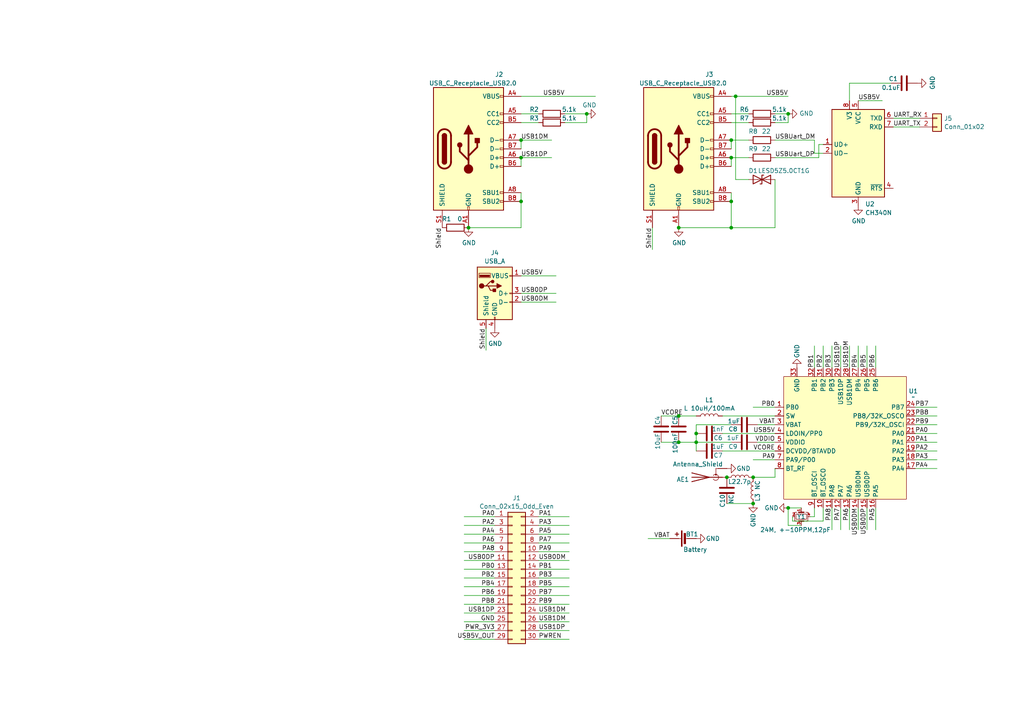
<source format=kicad_sch>
(kicad_sch
	(version 20231120)
	(generator "eeschema")
	(generator_version "8.0")
	(uuid "b1f641fc-4d4b-41df-b1cf-71a1edbad872")
	(paper "A4")
	(lib_symbols
		(symbol "Connector:USB_A"
			(pin_names
				(offset 1.016)
			)
			(exclude_from_sim no)
			(in_bom yes)
			(on_board yes)
			(property "Reference" "J"
				(at -5.08 11.43 0)
				(effects
					(font
						(size 1.27 1.27)
					)
					(justify left)
				)
			)
			(property "Value" "USB_A"
				(at -5.08 8.89 0)
				(effects
					(font
						(size 1.27 1.27)
					)
					(justify left)
				)
			)
			(property "Footprint" ""
				(at 3.81 -1.27 0)
				(effects
					(font
						(size 1.27 1.27)
					)
					(hide yes)
				)
			)
			(property "Datasheet" " ~"
				(at 3.81 -1.27 0)
				(effects
					(font
						(size 1.27 1.27)
					)
					(hide yes)
				)
			)
			(property "Description" "USB Type A connector"
				(at 0 0 0)
				(effects
					(font
						(size 1.27 1.27)
					)
					(hide yes)
				)
			)
			(property "ki_keywords" "connector USB"
				(at 0 0 0)
				(effects
					(font
						(size 1.27 1.27)
					)
					(hide yes)
				)
			)
			(property "ki_fp_filters" "USB*"
				(at 0 0 0)
				(effects
					(font
						(size 1.27 1.27)
					)
					(hide yes)
				)
			)
			(symbol "USB_A_0_1"
				(rectangle
					(start -5.08 -7.62)
					(end 5.08 7.62)
					(stroke
						(width 0.254)
						(type default)
					)
					(fill
						(type background)
					)
				)
				(circle
					(center -3.81 2.159)
					(radius 0.635)
					(stroke
						(width 0.254)
						(type default)
					)
					(fill
						(type outline)
					)
				)
				(rectangle
					(start -1.524 4.826)
					(end -4.318 5.334)
					(stroke
						(width 0)
						(type default)
					)
					(fill
						(type outline)
					)
				)
				(rectangle
					(start -1.27 4.572)
					(end -4.572 5.842)
					(stroke
						(width 0)
						(type default)
					)
					(fill
						(type none)
					)
				)
				(circle
					(center -0.635 3.429)
					(radius 0.381)
					(stroke
						(width 0.254)
						(type default)
					)
					(fill
						(type outline)
					)
				)
				(rectangle
					(start -0.127 -7.62)
					(end 0.127 -6.858)
					(stroke
						(width 0)
						(type default)
					)
					(fill
						(type none)
					)
				)
				(polyline
					(pts
						(xy -3.175 2.159) (xy -2.54 2.159) (xy -1.27 3.429) (xy -0.635 3.429)
					)
					(stroke
						(width 0.254)
						(type default)
					)
					(fill
						(type none)
					)
				)
				(polyline
					(pts
						(xy -2.54 2.159) (xy -1.905 2.159) (xy -1.27 0.889) (xy 0 0.889)
					)
					(stroke
						(width 0.254)
						(type default)
					)
					(fill
						(type none)
					)
				)
				(polyline
					(pts
						(xy 0.635 2.794) (xy 0.635 1.524) (xy 1.905 2.159) (xy 0.635 2.794)
					)
					(stroke
						(width 0.254)
						(type default)
					)
					(fill
						(type outline)
					)
				)
				(rectangle
					(start 0.254 1.27)
					(end -0.508 0.508)
					(stroke
						(width 0.254)
						(type default)
					)
					(fill
						(type outline)
					)
				)
				(rectangle
					(start 5.08 -2.667)
					(end 4.318 -2.413)
					(stroke
						(width 0)
						(type default)
					)
					(fill
						(type none)
					)
				)
				(rectangle
					(start 5.08 -0.127)
					(end 4.318 0.127)
					(stroke
						(width 0)
						(type default)
					)
					(fill
						(type none)
					)
				)
				(rectangle
					(start 5.08 4.953)
					(end 4.318 5.207)
					(stroke
						(width 0)
						(type default)
					)
					(fill
						(type none)
					)
				)
			)
			(symbol "USB_A_1_1"
				(polyline
					(pts
						(xy -1.905 2.159) (xy 0.635 2.159)
					)
					(stroke
						(width 0.254)
						(type default)
					)
					(fill
						(type none)
					)
				)
				(pin power_in line
					(at 7.62 5.08 180)
					(length 2.54)
					(name "VBUS"
						(effects
							(font
								(size 1.27 1.27)
							)
						)
					)
					(number "1"
						(effects
							(font
								(size 1.27 1.27)
							)
						)
					)
				)
				(pin bidirectional line
					(at 7.62 -2.54 180)
					(length 2.54)
					(name "D-"
						(effects
							(font
								(size 1.27 1.27)
							)
						)
					)
					(number "2"
						(effects
							(font
								(size 1.27 1.27)
							)
						)
					)
				)
				(pin bidirectional line
					(at 7.62 0 180)
					(length 2.54)
					(name "D+"
						(effects
							(font
								(size 1.27 1.27)
							)
						)
					)
					(number "3"
						(effects
							(font
								(size 1.27 1.27)
							)
						)
					)
				)
				(pin power_in line
					(at 0 -10.16 90)
					(length 2.54)
					(name "GND"
						(effects
							(font
								(size 1.27 1.27)
							)
						)
					)
					(number "4"
						(effects
							(font
								(size 1.27 1.27)
							)
						)
					)
				)
				(pin passive line
					(at -2.54 -10.16 90)
					(length 2.54)
					(name "Shield"
						(effects
							(font
								(size 1.27 1.27)
							)
						)
					)
					(number "5"
						(effects
							(font
								(size 1.27 1.27)
							)
						)
					)
				)
			)
		)
		(symbol "Connector:USB_C_Receptacle_USB2.0"
			(pin_names
				(offset 1.016)
			)
			(exclude_from_sim no)
			(in_bom yes)
			(on_board yes)
			(property "Reference" "J"
				(at -10.16 19.05 0)
				(effects
					(font
						(size 1.27 1.27)
					)
					(justify left)
				)
			)
			(property "Value" "USB_C_Receptacle_USB2.0"
				(at 19.05 19.05 0)
				(effects
					(font
						(size 1.27 1.27)
					)
					(justify right)
				)
			)
			(property "Footprint" ""
				(at 3.81 0 0)
				(effects
					(font
						(size 1.27 1.27)
					)
					(hide yes)
				)
			)
			(property "Datasheet" "https://www.usb.org/sites/default/files/documents/usb_type-c.zip"
				(at 3.81 0 0)
				(effects
					(font
						(size 1.27 1.27)
					)
					(hide yes)
				)
			)
			(property "Description" "USB 2.0-only Type-C Receptacle connector"
				(at 0 0 0)
				(effects
					(font
						(size 1.27 1.27)
					)
					(hide yes)
				)
			)
			(property "ki_keywords" "usb universal serial bus type-C USB2.0"
				(at 0 0 0)
				(effects
					(font
						(size 1.27 1.27)
					)
					(hide yes)
				)
			)
			(property "ki_fp_filters" "USB*C*Receptacle*"
				(at 0 0 0)
				(effects
					(font
						(size 1.27 1.27)
					)
					(hide yes)
				)
			)
			(symbol "USB_C_Receptacle_USB2.0_0_0"
				(rectangle
					(start -0.254 -17.78)
					(end 0.254 -16.764)
					(stroke
						(width 0)
						(type default)
					)
					(fill
						(type none)
					)
				)
				(rectangle
					(start 10.16 -14.986)
					(end 9.144 -15.494)
					(stroke
						(width 0)
						(type default)
					)
					(fill
						(type none)
					)
				)
				(rectangle
					(start 10.16 -12.446)
					(end 9.144 -12.954)
					(stroke
						(width 0)
						(type default)
					)
					(fill
						(type none)
					)
				)
				(rectangle
					(start 10.16 -4.826)
					(end 9.144 -5.334)
					(stroke
						(width 0)
						(type default)
					)
					(fill
						(type none)
					)
				)
				(rectangle
					(start 10.16 -2.286)
					(end 9.144 -2.794)
					(stroke
						(width 0)
						(type default)
					)
					(fill
						(type none)
					)
				)
				(rectangle
					(start 10.16 0.254)
					(end 9.144 -0.254)
					(stroke
						(width 0)
						(type default)
					)
					(fill
						(type none)
					)
				)
				(rectangle
					(start 10.16 2.794)
					(end 9.144 2.286)
					(stroke
						(width 0)
						(type default)
					)
					(fill
						(type none)
					)
				)
				(rectangle
					(start 10.16 7.874)
					(end 9.144 7.366)
					(stroke
						(width 0)
						(type default)
					)
					(fill
						(type none)
					)
				)
				(rectangle
					(start 10.16 10.414)
					(end 9.144 9.906)
					(stroke
						(width 0)
						(type default)
					)
					(fill
						(type none)
					)
				)
				(rectangle
					(start 10.16 15.494)
					(end 9.144 14.986)
					(stroke
						(width 0)
						(type default)
					)
					(fill
						(type none)
					)
				)
			)
			(symbol "USB_C_Receptacle_USB2.0_0_1"
				(rectangle
					(start -10.16 17.78)
					(end 10.16 -17.78)
					(stroke
						(width 0.254)
						(type default)
					)
					(fill
						(type background)
					)
				)
				(arc
					(start -8.89 -3.81)
					(mid -6.985 -5.7067)
					(end -5.08 -3.81)
					(stroke
						(width 0.508)
						(type default)
					)
					(fill
						(type none)
					)
				)
				(arc
					(start -7.62 -3.81)
					(mid -6.985 -4.4423)
					(end -6.35 -3.81)
					(stroke
						(width 0.254)
						(type default)
					)
					(fill
						(type none)
					)
				)
				(arc
					(start -7.62 -3.81)
					(mid -6.985 -4.4423)
					(end -6.35 -3.81)
					(stroke
						(width 0.254)
						(type default)
					)
					(fill
						(type outline)
					)
				)
				(rectangle
					(start -7.62 -3.81)
					(end -6.35 3.81)
					(stroke
						(width 0.254)
						(type default)
					)
					(fill
						(type outline)
					)
				)
				(arc
					(start -6.35 3.81)
					(mid -6.985 4.4423)
					(end -7.62 3.81)
					(stroke
						(width 0.254)
						(type default)
					)
					(fill
						(type none)
					)
				)
				(arc
					(start -6.35 3.81)
					(mid -6.985 4.4423)
					(end -7.62 3.81)
					(stroke
						(width 0.254)
						(type default)
					)
					(fill
						(type outline)
					)
				)
				(arc
					(start -5.08 3.81)
					(mid -6.985 5.7067)
					(end -8.89 3.81)
					(stroke
						(width 0.508)
						(type default)
					)
					(fill
						(type none)
					)
				)
				(circle
					(center -2.54 1.143)
					(radius 0.635)
					(stroke
						(width 0.254)
						(type default)
					)
					(fill
						(type outline)
					)
				)
				(circle
					(center 0 -5.842)
					(radius 1.27)
					(stroke
						(width 0)
						(type default)
					)
					(fill
						(type outline)
					)
				)
				(polyline
					(pts
						(xy -8.89 -3.81) (xy -8.89 3.81)
					)
					(stroke
						(width 0.508)
						(type default)
					)
					(fill
						(type none)
					)
				)
				(polyline
					(pts
						(xy -5.08 3.81) (xy -5.08 -3.81)
					)
					(stroke
						(width 0.508)
						(type default)
					)
					(fill
						(type none)
					)
				)
				(polyline
					(pts
						(xy 0 -5.842) (xy 0 4.318)
					)
					(stroke
						(width 0.508)
						(type default)
					)
					(fill
						(type none)
					)
				)
				(polyline
					(pts
						(xy 0 -3.302) (xy -2.54 -0.762) (xy -2.54 0.508)
					)
					(stroke
						(width 0.508)
						(type default)
					)
					(fill
						(type none)
					)
				)
				(polyline
					(pts
						(xy 0 -2.032) (xy 2.54 0.508) (xy 2.54 1.778)
					)
					(stroke
						(width 0.508)
						(type default)
					)
					(fill
						(type none)
					)
				)
				(polyline
					(pts
						(xy -1.27 4.318) (xy 0 6.858) (xy 1.27 4.318) (xy -1.27 4.318)
					)
					(stroke
						(width 0.254)
						(type default)
					)
					(fill
						(type outline)
					)
				)
				(rectangle
					(start 1.905 1.778)
					(end 3.175 3.048)
					(stroke
						(width 0.254)
						(type default)
					)
					(fill
						(type outline)
					)
				)
			)
			(symbol "USB_C_Receptacle_USB2.0_1_1"
				(pin passive line
					(at 0 -22.86 90)
					(length 5.08)
					(name "GND"
						(effects
							(font
								(size 1.27 1.27)
							)
						)
					)
					(number "A1"
						(effects
							(font
								(size 1.27 1.27)
							)
						)
					)
				)
				(pin passive line
					(at 0 -22.86 90)
					(length 5.08) hide
					(name "GND"
						(effects
							(font
								(size 1.27 1.27)
							)
						)
					)
					(number "A12"
						(effects
							(font
								(size 1.27 1.27)
							)
						)
					)
				)
				(pin passive line
					(at 15.24 15.24 180)
					(length 5.08)
					(name "VBUS"
						(effects
							(font
								(size 1.27 1.27)
							)
						)
					)
					(number "A4"
						(effects
							(font
								(size 1.27 1.27)
							)
						)
					)
				)
				(pin bidirectional line
					(at 15.24 10.16 180)
					(length 5.08)
					(name "CC1"
						(effects
							(font
								(size 1.27 1.27)
							)
						)
					)
					(number "A5"
						(effects
							(font
								(size 1.27 1.27)
							)
						)
					)
				)
				(pin bidirectional line
					(at 15.24 -2.54 180)
					(length 5.08)
					(name "D+"
						(effects
							(font
								(size 1.27 1.27)
							)
						)
					)
					(number "A6"
						(effects
							(font
								(size 1.27 1.27)
							)
						)
					)
				)
				(pin bidirectional line
					(at 15.24 2.54 180)
					(length 5.08)
					(name "D-"
						(effects
							(font
								(size 1.27 1.27)
							)
						)
					)
					(number "A7"
						(effects
							(font
								(size 1.27 1.27)
							)
						)
					)
				)
				(pin bidirectional line
					(at 15.24 -12.7 180)
					(length 5.08)
					(name "SBU1"
						(effects
							(font
								(size 1.27 1.27)
							)
						)
					)
					(number "A8"
						(effects
							(font
								(size 1.27 1.27)
							)
						)
					)
				)
				(pin passive line
					(at 15.24 15.24 180)
					(length 5.08) hide
					(name "VBUS"
						(effects
							(font
								(size 1.27 1.27)
							)
						)
					)
					(number "A9"
						(effects
							(font
								(size 1.27 1.27)
							)
						)
					)
				)
				(pin passive line
					(at 0 -22.86 90)
					(length 5.08) hide
					(name "GND"
						(effects
							(font
								(size 1.27 1.27)
							)
						)
					)
					(number "B1"
						(effects
							(font
								(size 1.27 1.27)
							)
						)
					)
				)
				(pin passive line
					(at 0 -22.86 90)
					(length 5.08) hide
					(name "GND"
						(effects
							(font
								(size 1.27 1.27)
							)
						)
					)
					(number "B12"
						(effects
							(font
								(size 1.27 1.27)
							)
						)
					)
				)
				(pin passive line
					(at 15.24 15.24 180)
					(length 5.08) hide
					(name "VBUS"
						(effects
							(font
								(size 1.27 1.27)
							)
						)
					)
					(number "B4"
						(effects
							(font
								(size 1.27 1.27)
							)
						)
					)
				)
				(pin bidirectional line
					(at 15.24 7.62 180)
					(length 5.08)
					(name "CC2"
						(effects
							(font
								(size 1.27 1.27)
							)
						)
					)
					(number "B5"
						(effects
							(font
								(size 1.27 1.27)
							)
						)
					)
				)
				(pin bidirectional line
					(at 15.24 -5.08 180)
					(length 5.08)
					(name "D+"
						(effects
							(font
								(size 1.27 1.27)
							)
						)
					)
					(number "B6"
						(effects
							(font
								(size 1.27 1.27)
							)
						)
					)
				)
				(pin bidirectional line
					(at 15.24 0 180)
					(length 5.08)
					(name "D-"
						(effects
							(font
								(size 1.27 1.27)
							)
						)
					)
					(number "B7"
						(effects
							(font
								(size 1.27 1.27)
							)
						)
					)
				)
				(pin bidirectional line
					(at 15.24 -15.24 180)
					(length 5.08)
					(name "SBU2"
						(effects
							(font
								(size 1.27 1.27)
							)
						)
					)
					(number "B8"
						(effects
							(font
								(size 1.27 1.27)
							)
						)
					)
				)
				(pin passive line
					(at 15.24 15.24 180)
					(length 5.08) hide
					(name "VBUS"
						(effects
							(font
								(size 1.27 1.27)
							)
						)
					)
					(number "B9"
						(effects
							(font
								(size 1.27 1.27)
							)
						)
					)
				)
				(pin passive line
					(at -7.62 -22.86 90)
					(length 5.08)
					(name "SHIELD"
						(effects
							(font
								(size 1.27 1.27)
							)
						)
					)
					(number "S1"
						(effects
							(font
								(size 1.27 1.27)
							)
						)
					)
				)
			)
		)
		(symbol "Connector_Generic:Conn_01x02"
			(pin_names
				(offset 1.016) hide)
			(exclude_from_sim no)
			(in_bom yes)
			(on_board yes)
			(property "Reference" "J"
				(at 0 2.54 0)
				(effects
					(font
						(size 1.27 1.27)
					)
				)
			)
			(property "Value" "Conn_01x02"
				(at 0 -5.08 0)
				(effects
					(font
						(size 1.27 1.27)
					)
				)
			)
			(property "Footprint" ""
				(at 0 0 0)
				(effects
					(font
						(size 1.27 1.27)
					)
					(hide yes)
				)
			)
			(property "Datasheet" "~"
				(at 0 0 0)
				(effects
					(font
						(size 1.27 1.27)
					)
					(hide yes)
				)
			)
			(property "Description" "Generic connector, single row, 01x02, script generated (kicad-library-utils/schlib/autogen/connector/)"
				(at 0 0 0)
				(effects
					(font
						(size 1.27 1.27)
					)
					(hide yes)
				)
			)
			(property "ki_keywords" "connector"
				(at 0 0 0)
				(effects
					(font
						(size 1.27 1.27)
					)
					(hide yes)
				)
			)
			(property "ki_fp_filters" "Connector*:*_1x??_*"
				(at 0 0 0)
				(effects
					(font
						(size 1.27 1.27)
					)
					(hide yes)
				)
			)
			(symbol "Conn_01x02_1_1"
				(rectangle
					(start -1.27 -2.413)
					(end 0 -2.667)
					(stroke
						(width 0.1524)
						(type default)
					)
					(fill
						(type none)
					)
				)
				(rectangle
					(start -1.27 0.127)
					(end 0 -0.127)
					(stroke
						(width 0.1524)
						(type default)
					)
					(fill
						(type none)
					)
				)
				(rectangle
					(start -1.27 1.27)
					(end 1.27 -3.81)
					(stroke
						(width 0.254)
						(type default)
					)
					(fill
						(type background)
					)
				)
				(pin passive line
					(at -5.08 0 0)
					(length 3.81)
					(name "Pin_1"
						(effects
							(font
								(size 1.27 1.27)
							)
						)
					)
					(number "1"
						(effects
							(font
								(size 1.27 1.27)
							)
						)
					)
				)
				(pin passive line
					(at -5.08 -2.54 0)
					(length 3.81)
					(name "Pin_2"
						(effects
							(font
								(size 1.27 1.27)
							)
						)
					)
					(number "2"
						(effects
							(font
								(size 1.27 1.27)
							)
						)
					)
				)
			)
		)
		(symbol "Connector_Generic:Conn_02x15_Odd_Even"
			(pin_names
				(offset 1.016) hide)
			(exclude_from_sim no)
			(in_bom yes)
			(on_board yes)
			(property "Reference" "J"
				(at 1.27 20.32 0)
				(effects
					(font
						(size 1.27 1.27)
					)
				)
			)
			(property "Value" "Conn_02x15_Odd_Even"
				(at 1.27 -20.32 0)
				(effects
					(font
						(size 1.27 1.27)
					)
				)
			)
			(property "Footprint" ""
				(at 0 0 0)
				(effects
					(font
						(size 1.27 1.27)
					)
					(hide yes)
				)
			)
			(property "Datasheet" "~"
				(at 0 0 0)
				(effects
					(font
						(size 1.27 1.27)
					)
					(hide yes)
				)
			)
			(property "Description" "Generic connector, double row, 02x15, odd/even pin numbering scheme (row 1 odd numbers, row 2 even numbers), script generated (kicad-library-utils/schlib/autogen/connector/)"
				(at 0 0 0)
				(effects
					(font
						(size 1.27 1.27)
					)
					(hide yes)
				)
			)
			(property "ki_keywords" "connector"
				(at 0 0 0)
				(effects
					(font
						(size 1.27 1.27)
					)
					(hide yes)
				)
			)
			(property "ki_fp_filters" "Connector*:*_2x??_*"
				(at 0 0 0)
				(effects
					(font
						(size 1.27 1.27)
					)
					(hide yes)
				)
			)
			(symbol "Conn_02x15_Odd_Even_1_1"
				(rectangle
					(start -1.27 -17.653)
					(end 0 -17.907)
					(stroke
						(width 0.1524)
						(type default)
					)
					(fill
						(type none)
					)
				)
				(rectangle
					(start -1.27 -15.113)
					(end 0 -15.367)
					(stroke
						(width 0.1524)
						(type default)
					)
					(fill
						(type none)
					)
				)
				(rectangle
					(start -1.27 -12.573)
					(end 0 -12.827)
					(stroke
						(width 0.1524)
						(type default)
					)
					(fill
						(type none)
					)
				)
				(rectangle
					(start -1.27 -10.033)
					(end 0 -10.287)
					(stroke
						(width 0.1524)
						(type default)
					)
					(fill
						(type none)
					)
				)
				(rectangle
					(start -1.27 -7.493)
					(end 0 -7.747)
					(stroke
						(width 0.1524)
						(type default)
					)
					(fill
						(type none)
					)
				)
				(rectangle
					(start -1.27 -4.953)
					(end 0 -5.207)
					(stroke
						(width 0.1524)
						(type default)
					)
					(fill
						(type none)
					)
				)
				(rectangle
					(start -1.27 -2.413)
					(end 0 -2.667)
					(stroke
						(width 0.1524)
						(type default)
					)
					(fill
						(type none)
					)
				)
				(rectangle
					(start -1.27 0.127)
					(end 0 -0.127)
					(stroke
						(width 0.1524)
						(type default)
					)
					(fill
						(type none)
					)
				)
				(rectangle
					(start -1.27 2.667)
					(end 0 2.413)
					(stroke
						(width 0.1524)
						(type default)
					)
					(fill
						(type none)
					)
				)
				(rectangle
					(start -1.27 5.207)
					(end 0 4.953)
					(stroke
						(width 0.1524)
						(type default)
					)
					(fill
						(type none)
					)
				)
				(rectangle
					(start -1.27 7.747)
					(end 0 7.493)
					(stroke
						(width 0.1524)
						(type default)
					)
					(fill
						(type none)
					)
				)
				(rectangle
					(start -1.27 10.287)
					(end 0 10.033)
					(stroke
						(width 0.1524)
						(type default)
					)
					(fill
						(type none)
					)
				)
				(rectangle
					(start -1.27 12.827)
					(end 0 12.573)
					(stroke
						(width 0.1524)
						(type default)
					)
					(fill
						(type none)
					)
				)
				(rectangle
					(start -1.27 15.367)
					(end 0 15.113)
					(stroke
						(width 0.1524)
						(type default)
					)
					(fill
						(type none)
					)
				)
				(rectangle
					(start -1.27 17.907)
					(end 0 17.653)
					(stroke
						(width 0.1524)
						(type default)
					)
					(fill
						(type none)
					)
				)
				(rectangle
					(start -1.27 19.05)
					(end 3.81 -19.05)
					(stroke
						(width 0.254)
						(type default)
					)
					(fill
						(type background)
					)
				)
				(rectangle
					(start 3.81 -17.653)
					(end 2.54 -17.907)
					(stroke
						(width 0.1524)
						(type default)
					)
					(fill
						(type none)
					)
				)
				(rectangle
					(start 3.81 -15.113)
					(end 2.54 -15.367)
					(stroke
						(width 0.1524)
						(type default)
					)
					(fill
						(type none)
					)
				)
				(rectangle
					(start 3.81 -12.573)
					(end 2.54 -12.827)
					(stroke
						(width 0.1524)
						(type default)
					)
					(fill
						(type none)
					)
				)
				(rectangle
					(start 3.81 -10.033)
					(end 2.54 -10.287)
					(stroke
						(width 0.1524)
						(type default)
					)
					(fill
						(type none)
					)
				)
				(rectangle
					(start 3.81 -7.493)
					(end 2.54 -7.747)
					(stroke
						(width 0.1524)
						(type default)
					)
					(fill
						(type none)
					)
				)
				(rectangle
					(start 3.81 -4.953)
					(end 2.54 -5.207)
					(stroke
						(width 0.1524)
						(type default)
					)
					(fill
						(type none)
					)
				)
				(rectangle
					(start 3.81 -2.413)
					(end 2.54 -2.667)
					(stroke
						(width 0.1524)
						(type default)
					)
					(fill
						(type none)
					)
				)
				(rectangle
					(start 3.81 0.127)
					(end 2.54 -0.127)
					(stroke
						(width 0.1524)
						(type default)
					)
					(fill
						(type none)
					)
				)
				(rectangle
					(start 3.81 2.667)
					(end 2.54 2.413)
					(stroke
						(width 0.1524)
						(type default)
					)
					(fill
						(type none)
					)
				)
				(rectangle
					(start 3.81 5.207)
					(end 2.54 4.953)
					(stroke
						(width 0.1524)
						(type default)
					)
					(fill
						(type none)
					)
				)
				(rectangle
					(start 3.81 7.747)
					(end 2.54 7.493)
					(stroke
						(width 0.1524)
						(type default)
					)
					(fill
						(type none)
					)
				)
				(rectangle
					(start 3.81 10.287)
					(end 2.54 10.033)
					(stroke
						(width 0.1524)
						(type default)
					)
					(fill
						(type none)
					)
				)
				(rectangle
					(start 3.81 12.827)
					(end 2.54 12.573)
					(stroke
						(width 0.1524)
						(type default)
					)
					(fill
						(type none)
					)
				)
				(rectangle
					(start 3.81 15.367)
					(end 2.54 15.113)
					(stroke
						(width 0.1524)
						(type default)
					)
					(fill
						(type none)
					)
				)
				(rectangle
					(start 3.81 17.907)
					(end 2.54 17.653)
					(stroke
						(width 0.1524)
						(type default)
					)
					(fill
						(type none)
					)
				)
				(pin passive line
					(at -5.08 17.78 0)
					(length 3.81)
					(name "Pin_1"
						(effects
							(font
								(size 1.27 1.27)
							)
						)
					)
					(number "1"
						(effects
							(font
								(size 1.27 1.27)
							)
						)
					)
				)
				(pin passive line
					(at 7.62 7.62 180)
					(length 3.81)
					(name "Pin_10"
						(effects
							(font
								(size 1.27 1.27)
							)
						)
					)
					(number "10"
						(effects
							(font
								(size 1.27 1.27)
							)
						)
					)
				)
				(pin passive line
					(at -5.08 5.08 0)
					(length 3.81)
					(name "Pin_11"
						(effects
							(font
								(size 1.27 1.27)
							)
						)
					)
					(number "11"
						(effects
							(font
								(size 1.27 1.27)
							)
						)
					)
				)
				(pin passive line
					(at 7.62 5.08 180)
					(length 3.81)
					(name "Pin_12"
						(effects
							(font
								(size 1.27 1.27)
							)
						)
					)
					(number "12"
						(effects
							(font
								(size 1.27 1.27)
							)
						)
					)
				)
				(pin passive line
					(at -5.08 2.54 0)
					(length 3.81)
					(name "Pin_13"
						(effects
							(font
								(size 1.27 1.27)
							)
						)
					)
					(number "13"
						(effects
							(font
								(size 1.27 1.27)
							)
						)
					)
				)
				(pin passive line
					(at 7.62 2.54 180)
					(length 3.81)
					(name "Pin_14"
						(effects
							(font
								(size 1.27 1.27)
							)
						)
					)
					(number "14"
						(effects
							(font
								(size 1.27 1.27)
							)
						)
					)
				)
				(pin passive line
					(at -5.08 0 0)
					(length 3.81)
					(name "Pin_15"
						(effects
							(font
								(size 1.27 1.27)
							)
						)
					)
					(number "15"
						(effects
							(font
								(size 1.27 1.27)
							)
						)
					)
				)
				(pin passive line
					(at 7.62 0 180)
					(length 3.81)
					(name "Pin_16"
						(effects
							(font
								(size 1.27 1.27)
							)
						)
					)
					(number "16"
						(effects
							(font
								(size 1.27 1.27)
							)
						)
					)
				)
				(pin passive line
					(at -5.08 -2.54 0)
					(length 3.81)
					(name "Pin_17"
						(effects
							(font
								(size 1.27 1.27)
							)
						)
					)
					(number "17"
						(effects
							(font
								(size 1.27 1.27)
							)
						)
					)
				)
				(pin passive line
					(at 7.62 -2.54 180)
					(length 3.81)
					(name "Pin_18"
						(effects
							(font
								(size 1.27 1.27)
							)
						)
					)
					(number "18"
						(effects
							(font
								(size 1.27 1.27)
							)
						)
					)
				)
				(pin passive line
					(at -5.08 -5.08 0)
					(length 3.81)
					(name "Pin_19"
						(effects
							(font
								(size 1.27 1.27)
							)
						)
					)
					(number "19"
						(effects
							(font
								(size 1.27 1.27)
							)
						)
					)
				)
				(pin passive line
					(at 7.62 17.78 180)
					(length 3.81)
					(name "Pin_2"
						(effects
							(font
								(size 1.27 1.27)
							)
						)
					)
					(number "2"
						(effects
							(font
								(size 1.27 1.27)
							)
						)
					)
				)
				(pin passive line
					(at 7.62 -5.08 180)
					(length 3.81)
					(name "Pin_20"
						(effects
							(font
								(size 1.27 1.27)
							)
						)
					)
					(number "20"
						(effects
							(font
								(size 1.27 1.27)
							)
						)
					)
				)
				(pin passive line
					(at -5.08 -7.62 0)
					(length 3.81)
					(name "Pin_21"
						(effects
							(font
								(size 1.27 1.27)
							)
						)
					)
					(number "21"
						(effects
							(font
								(size 1.27 1.27)
							)
						)
					)
				)
				(pin passive line
					(at 7.62 -7.62 180)
					(length 3.81)
					(name "Pin_22"
						(effects
							(font
								(size 1.27 1.27)
							)
						)
					)
					(number "22"
						(effects
							(font
								(size 1.27 1.27)
							)
						)
					)
				)
				(pin passive line
					(at -5.08 -10.16 0)
					(length 3.81)
					(name "Pin_23"
						(effects
							(font
								(size 1.27 1.27)
							)
						)
					)
					(number "23"
						(effects
							(font
								(size 1.27 1.27)
							)
						)
					)
				)
				(pin passive line
					(at 7.62 -10.16 180)
					(length 3.81)
					(name "Pin_24"
						(effects
							(font
								(size 1.27 1.27)
							)
						)
					)
					(number "24"
						(effects
							(font
								(size 1.27 1.27)
							)
						)
					)
				)
				(pin passive line
					(at -5.08 -12.7 0)
					(length 3.81)
					(name "Pin_25"
						(effects
							(font
								(size 1.27 1.27)
							)
						)
					)
					(number "25"
						(effects
							(font
								(size 1.27 1.27)
							)
						)
					)
				)
				(pin passive line
					(at 7.62 -12.7 180)
					(length 3.81)
					(name "Pin_26"
						(effects
							(font
								(size 1.27 1.27)
							)
						)
					)
					(number "26"
						(effects
							(font
								(size 1.27 1.27)
							)
						)
					)
				)
				(pin passive line
					(at -5.08 -15.24 0)
					(length 3.81)
					(name "Pin_27"
						(effects
							(font
								(size 1.27 1.27)
							)
						)
					)
					(number "27"
						(effects
							(font
								(size 1.27 1.27)
							)
						)
					)
				)
				(pin passive line
					(at 7.62 -15.24 180)
					(length 3.81)
					(name "Pin_28"
						(effects
							(font
								(size 1.27 1.27)
							)
						)
					)
					(number "28"
						(effects
							(font
								(size 1.27 1.27)
							)
						)
					)
				)
				(pin passive line
					(at -5.08 -17.78 0)
					(length 3.81)
					(name "Pin_29"
						(effects
							(font
								(size 1.27 1.27)
							)
						)
					)
					(number "29"
						(effects
							(font
								(size 1.27 1.27)
							)
						)
					)
				)
				(pin passive line
					(at -5.08 15.24 0)
					(length 3.81)
					(name "Pin_3"
						(effects
							(font
								(size 1.27 1.27)
							)
						)
					)
					(number "3"
						(effects
							(font
								(size 1.27 1.27)
							)
						)
					)
				)
				(pin passive line
					(at 7.62 -17.78 180)
					(length 3.81)
					(name "Pin_30"
						(effects
							(font
								(size 1.27 1.27)
							)
						)
					)
					(number "30"
						(effects
							(font
								(size 1.27 1.27)
							)
						)
					)
				)
				(pin passive line
					(at 7.62 15.24 180)
					(length 3.81)
					(name "Pin_4"
						(effects
							(font
								(size 1.27 1.27)
							)
						)
					)
					(number "4"
						(effects
							(font
								(size 1.27 1.27)
							)
						)
					)
				)
				(pin passive line
					(at -5.08 12.7 0)
					(length 3.81)
					(name "Pin_5"
						(effects
							(font
								(size 1.27 1.27)
							)
						)
					)
					(number "5"
						(effects
							(font
								(size 1.27 1.27)
							)
						)
					)
				)
				(pin passive line
					(at 7.62 12.7 180)
					(length 3.81)
					(name "Pin_6"
						(effects
							(font
								(size 1.27 1.27)
							)
						)
					)
					(number "6"
						(effects
							(font
								(size 1.27 1.27)
							)
						)
					)
				)
				(pin passive line
					(at -5.08 10.16 0)
					(length 3.81)
					(name "Pin_7"
						(effects
							(font
								(size 1.27 1.27)
							)
						)
					)
					(number "7"
						(effects
							(font
								(size 1.27 1.27)
							)
						)
					)
				)
				(pin passive line
					(at 7.62 10.16 180)
					(length 3.81)
					(name "Pin_8"
						(effects
							(font
								(size 1.27 1.27)
							)
						)
					)
					(number "8"
						(effects
							(font
								(size 1.27 1.27)
							)
						)
					)
				)
				(pin passive line
					(at -5.08 7.62 0)
					(length 3.81)
					(name "Pin_9"
						(effects
							(font
								(size 1.27 1.27)
							)
						)
					)
					(number "9"
						(effects
							(font
								(size 1.27 1.27)
							)
						)
					)
				)
			)
		)
		(symbol "Device:Antenna_Shield"
			(pin_numbers hide)
			(pin_names
				(offset 1.016) hide)
			(exclude_from_sim no)
			(in_bom yes)
			(on_board yes)
			(property "Reference" "AE"
				(at -1.905 4.445 0)
				(effects
					(font
						(size 1.27 1.27)
					)
					(justify right)
				)
			)
			(property "Value" "Antenna_Shield"
				(at -1.905 2.54 0)
				(effects
					(font
						(size 1.27 1.27)
					)
					(justify right)
				)
			)
			(property "Footprint" ""
				(at 0 2.54 0)
				(effects
					(font
						(size 1.27 1.27)
					)
					(hide yes)
				)
			)
			(property "Datasheet" "~"
				(at 0 2.54 0)
				(effects
					(font
						(size 1.27 1.27)
					)
					(hide yes)
				)
			)
			(property "Description" "Antenna with extra pin for shielding"
				(at 0 0 0)
				(effects
					(font
						(size 1.27 1.27)
					)
					(hide yes)
				)
			)
			(property "ki_keywords" "antenna"
				(at 0 0 0)
				(effects
					(font
						(size 1.27 1.27)
					)
					(hide yes)
				)
			)
			(symbol "Antenna_Shield_0_1"
				(arc
					(start -0.508 -1.143)
					(mid -0.8429 -2.1194)
					(end 0 -2.667)
					(stroke
						(width 0)
						(type default)
					)
					(fill
						(type none)
					)
				)
				(arc
					(start 0 -2.667)
					(mid 0.7989 -2.1052)
					(end 0.508 -1.143)
					(stroke
						(width 0)
						(type default)
					)
					(fill
						(type none)
					)
				)
				(polyline
					(pts
						(xy 0 -2.54) (xy 0 0)
					)
					(stroke
						(width 0)
						(type default)
					)
					(fill
						(type none)
					)
				)
				(polyline
					(pts
						(xy 0 5.08) (xy 0 -3.81)
					)
					(stroke
						(width 0.254)
						(type default)
					)
					(fill
						(type none)
					)
				)
				(polyline
					(pts
						(xy 0.762 -1.905) (xy 2.54 -1.905)
					)
					(stroke
						(width 0)
						(type default)
					)
					(fill
						(type none)
					)
				)
				(polyline
					(pts
						(xy 2.54 -2.54) (xy 2.54 -1.905)
					)
					(stroke
						(width 0)
						(type default)
					)
					(fill
						(type none)
					)
				)
				(polyline
					(pts
						(xy 1.27 5.08) (xy 0 0) (xy -1.27 5.08)
					)
					(stroke
						(width 0.254)
						(type default)
					)
					(fill
						(type none)
					)
				)
				(circle
					(center 0.762 -1.905)
					(radius 0.1778)
					(stroke
						(width 0)
						(type default)
					)
					(fill
						(type outline)
					)
				)
			)
			(symbol "Antenna_Shield_1_1"
				(pin input line
					(at 0 -5.08 90)
					(length 2.54)
					(name "A"
						(effects
							(font
								(size 1.27 1.27)
							)
						)
					)
					(number "1"
						(effects
							(font
								(size 1.27 1.27)
							)
						)
					)
				)
				(pin input line
					(at 2.54 -5.08 90)
					(length 2.54)
					(name "Shield"
						(effects
							(font
								(size 1.27 1.27)
							)
						)
					)
					(number "2"
						(effects
							(font
								(size 1.27 1.27)
							)
						)
					)
				)
			)
		)
		(symbol "Device:Battery_Cell"
			(pin_numbers hide)
			(pin_names
				(offset 0) hide)
			(exclude_from_sim no)
			(in_bom yes)
			(on_board yes)
			(property "Reference" "BT"
				(at 2.54 2.54 0)
				(effects
					(font
						(size 1.27 1.27)
					)
					(justify left)
				)
			)
			(property "Value" "Battery_Cell"
				(at 2.54 0 0)
				(effects
					(font
						(size 1.27 1.27)
					)
					(justify left)
				)
			)
			(property "Footprint" ""
				(at 0 1.524 90)
				(effects
					(font
						(size 1.27 1.27)
					)
					(hide yes)
				)
			)
			(property "Datasheet" "~"
				(at 0 1.524 90)
				(effects
					(font
						(size 1.27 1.27)
					)
					(hide yes)
				)
			)
			(property "Description" "Single-cell battery"
				(at 0 0 0)
				(effects
					(font
						(size 1.27 1.27)
					)
					(hide yes)
				)
			)
			(property "ki_keywords" "battery cell"
				(at 0 0 0)
				(effects
					(font
						(size 1.27 1.27)
					)
					(hide yes)
				)
			)
			(symbol "Battery_Cell_0_1"
				(rectangle
					(start -2.286 1.778)
					(end 2.286 1.524)
					(stroke
						(width 0)
						(type default)
					)
					(fill
						(type outline)
					)
				)
				(rectangle
					(start -1.524 1.016)
					(end 1.524 0.508)
					(stroke
						(width 0)
						(type default)
					)
					(fill
						(type outline)
					)
				)
				(polyline
					(pts
						(xy 0 0.762) (xy 0 0)
					)
					(stroke
						(width 0)
						(type default)
					)
					(fill
						(type none)
					)
				)
				(polyline
					(pts
						(xy 0 1.778) (xy 0 2.54)
					)
					(stroke
						(width 0)
						(type default)
					)
					(fill
						(type none)
					)
				)
				(polyline
					(pts
						(xy 0.762 3.048) (xy 1.778 3.048)
					)
					(stroke
						(width 0.254)
						(type default)
					)
					(fill
						(type none)
					)
				)
				(polyline
					(pts
						(xy 1.27 3.556) (xy 1.27 2.54)
					)
					(stroke
						(width 0.254)
						(type default)
					)
					(fill
						(type none)
					)
				)
			)
			(symbol "Battery_Cell_1_1"
				(pin passive line
					(at 0 5.08 270)
					(length 2.54)
					(name "+"
						(effects
							(font
								(size 1.27 1.27)
							)
						)
					)
					(number "1"
						(effects
							(font
								(size 1.27 1.27)
							)
						)
					)
				)
				(pin passive line
					(at 0 -2.54 90)
					(length 2.54)
					(name "-"
						(effects
							(font
								(size 1.27 1.27)
							)
						)
					)
					(number "2"
						(effects
							(font
								(size 1.27 1.27)
							)
						)
					)
				)
			)
		)
		(symbol "Device:C"
			(pin_numbers hide)
			(pin_names
				(offset 0.254)
			)
			(exclude_from_sim no)
			(in_bom yes)
			(on_board yes)
			(property "Reference" "C"
				(at 0.635 2.54 0)
				(effects
					(font
						(size 1.27 1.27)
					)
					(justify left)
				)
			)
			(property "Value" "C"
				(at 0.635 -2.54 0)
				(effects
					(font
						(size 1.27 1.27)
					)
					(justify left)
				)
			)
			(property "Footprint" ""
				(at 0.9652 -3.81 0)
				(effects
					(font
						(size 1.27 1.27)
					)
					(hide yes)
				)
			)
			(property "Datasheet" "~"
				(at 0 0 0)
				(effects
					(font
						(size 1.27 1.27)
					)
					(hide yes)
				)
			)
			(property "Description" "Unpolarized capacitor"
				(at 0 0 0)
				(effects
					(font
						(size 1.27 1.27)
					)
					(hide yes)
				)
			)
			(property "ki_keywords" "cap capacitor"
				(at 0 0 0)
				(effects
					(font
						(size 1.27 1.27)
					)
					(hide yes)
				)
			)
			(property "ki_fp_filters" "C_*"
				(at 0 0 0)
				(effects
					(font
						(size 1.27 1.27)
					)
					(hide yes)
				)
			)
			(symbol "C_0_1"
				(polyline
					(pts
						(xy -2.032 -0.762) (xy 2.032 -0.762)
					)
					(stroke
						(width 0.508)
						(type default)
					)
					(fill
						(type none)
					)
				)
				(polyline
					(pts
						(xy -2.032 0.762) (xy 2.032 0.762)
					)
					(stroke
						(width 0.508)
						(type default)
					)
					(fill
						(type none)
					)
				)
			)
			(symbol "C_1_1"
				(pin passive line
					(at 0 3.81 270)
					(length 2.794)
					(name "~"
						(effects
							(font
								(size 1.27 1.27)
							)
						)
					)
					(number "1"
						(effects
							(font
								(size 1.27 1.27)
							)
						)
					)
				)
				(pin passive line
					(at 0 -3.81 90)
					(length 2.794)
					(name "~"
						(effects
							(font
								(size 1.27 1.27)
							)
						)
					)
					(number "2"
						(effects
							(font
								(size 1.27 1.27)
							)
						)
					)
				)
			)
		)
		(symbol "Device:Crystal_GND24_Small"
			(pin_names
				(offset 1.016) hide)
			(exclude_from_sim no)
			(in_bom yes)
			(on_board yes)
			(property "Reference" "Y"
				(at 1.27 4.445 0)
				(effects
					(font
						(size 1.27 1.27)
					)
					(justify left)
				)
			)
			(property "Value" "Crystal_GND24_Small"
				(at 1.27 2.54 0)
				(effects
					(font
						(size 1.27 1.27)
					)
					(justify left)
				)
			)
			(property "Footprint" ""
				(at 0 0 0)
				(effects
					(font
						(size 1.27 1.27)
					)
					(hide yes)
				)
			)
			(property "Datasheet" "~"
				(at 0 0 0)
				(effects
					(font
						(size 1.27 1.27)
					)
					(hide yes)
				)
			)
			(property "Description" "Four pin crystal, GND on pins 2 and 4, small symbol"
				(at 0 0 0)
				(effects
					(font
						(size 1.27 1.27)
					)
					(hide yes)
				)
			)
			(property "ki_keywords" "quartz ceramic resonator oscillator"
				(at 0 0 0)
				(effects
					(font
						(size 1.27 1.27)
					)
					(hide yes)
				)
			)
			(property "ki_fp_filters" "Crystal*"
				(at 0 0 0)
				(effects
					(font
						(size 1.27 1.27)
					)
					(hide yes)
				)
			)
			(symbol "Crystal_GND24_Small_0_1"
				(rectangle
					(start -0.762 -1.524)
					(end 0.762 1.524)
					(stroke
						(width 0)
						(type default)
					)
					(fill
						(type none)
					)
				)
				(polyline
					(pts
						(xy -1.27 -0.762) (xy -1.27 0.762)
					)
					(stroke
						(width 0.381)
						(type default)
					)
					(fill
						(type none)
					)
				)
				(polyline
					(pts
						(xy 1.27 -0.762) (xy 1.27 0.762)
					)
					(stroke
						(width 0.381)
						(type default)
					)
					(fill
						(type none)
					)
				)
				(polyline
					(pts
						(xy -1.27 -1.27) (xy -1.27 -1.905) (xy 1.27 -1.905) (xy 1.27 -1.27)
					)
					(stroke
						(width 0)
						(type default)
					)
					(fill
						(type none)
					)
				)
				(polyline
					(pts
						(xy -1.27 1.27) (xy -1.27 1.905) (xy 1.27 1.905) (xy 1.27 1.27)
					)
					(stroke
						(width 0)
						(type default)
					)
					(fill
						(type none)
					)
				)
			)
			(symbol "Crystal_GND24_Small_1_1"
				(pin passive line
					(at -2.54 0 0)
					(length 1.27)
					(name "1"
						(effects
							(font
								(size 1.27 1.27)
							)
						)
					)
					(number "1"
						(effects
							(font
								(size 0.762 0.762)
							)
						)
					)
				)
				(pin passive line
					(at 0 -2.54 90)
					(length 0.635)
					(name "2"
						(effects
							(font
								(size 1.27 1.27)
							)
						)
					)
					(number "2"
						(effects
							(font
								(size 0.762 0.762)
							)
						)
					)
				)
				(pin passive line
					(at 2.54 0 180)
					(length 1.27)
					(name "3"
						(effects
							(font
								(size 1.27 1.27)
							)
						)
					)
					(number "3"
						(effects
							(font
								(size 0.762 0.762)
							)
						)
					)
				)
				(pin passive line
					(at 0 2.54 270)
					(length 0.635)
					(name "4"
						(effects
							(font
								(size 1.27 1.27)
							)
						)
					)
					(number "4"
						(effects
							(font
								(size 0.762 0.762)
							)
						)
					)
				)
			)
		)
		(symbol "Device:D_TVS"
			(pin_numbers hide)
			(pin_names
				(offset 1.016) hide)
			(exclude_from_sim no)
			(in_bom yes)
			(on_board yes)
			(property "Reference" "D"
				(at 0 2.54 0)
				(effects
					(font
						(size 1.27 1.27)
					)
				)
			)
			(property "Value" "D_TVS"
				(at 0 -2.54 0)
				(effects
					(font
						(size 1.27 1.27)
					)
				)
			)
			(property "Footprint" ""
				(at 0 0 0)
				(effects
					(font
						(size 1.27 1.27)
					)
					(hide yes)
				)
			)
			(property "Datasheet" "~"
				(at 0 0 0)
				(effects
					(font
						(size 1.27 1.27)
					)
					(hide yes)
				)
			)
			(property "Description" "Bidirectional transient-voltage-suppression diode"
				(at 0 0 0)
				(effects
					(font
						(size 1.27 1.27)
					)
					(hide yes)
				)
			)
			(property "ki_keywords" "diode TVS thyrector"
				(at 0 0 0)
				(effects
					(font
						(size 1.27 1.27)
					)
					(hide yes)
				)
			)
			(property "ki_fp_filters" "TO-???* *_Diode_* *SingleDiode* D_*"
				(at 0 0 0)
				(effects
					(font
						(size 1.27 1.27)
					)
					(hide yes)
				)
			)
			(symbol "D_TVS_0_1"
				(polyline
					(pts
						(xy 1.27 0) (xy -1.27 0)
					)
					(stroke
						(width 0)
						(type default)
					)
					(fill
						(type none)
					)
				)
				(polyline
					(pts
						(xy 0.508 1.27) (xy 0 1.27) (xy 0 -1.27) (xy -0.508 -1.27)
					)
					(stroke
						(width 0.254)
						(type default)
					)
					(fill
						(type none)
					)
				)
				(polyline
					(pts
						(xy -2.54 1.27) (xy -2.54 -1.27) (xy 2.54 1.27) (xy 2.54 -1.27) (xy -2.54 1.27)
					)
					(stroke
						(width 0.254)
						(type default)
					)
					(fill
						(type none)
					)
				)
			)
			(symbol "D_TVS_1_1"
				(pin passive line
					(at -3.81 0 0)
					(length 2.54)
					(name "A1"
						(effects
							(font
								(size 1.27 1.27)
							)
						)
					)
					(number "1"
						(effects
							(font
								(size 1.27 1.27)
							)
						)
					)
				)
				(pin passive line
					(at 3.81 0 180)
					(length 2.54)
					(name "A2"
						(effects
							(font
								(size 1.27 1.27)
							)
						)
					)
					(number "2"
						(effects
							(font
								(size 1.27 1.27)
							)
						)
					)
				)
			)
		)
		(symbol "Device:L"
			(pin_numbers hide)
			(pin_names
				(offset 1.016) hide)
			(exclude_from_sim no)
			(in_bom yes)
			(on_board yes)
			(property "Reference" "L"
				(at -1.27 0 90)
				(effects
					(font
						(size 1.27 1.27)
					)
				)
			)
			(property "Value" "L"
				(at 1.905 0 90)
				(effects
					(font
						(size 1.27 1.27)
					)
				)
			)
			(property "Footprint" ""
				(at 0 0 0)
				(effects
					(font
						(size 1.27 1.27)
					)
					(hide yes)
				)
			)
			(property "Datasheet" "~"
				(at 0 0 0)
				(effects
					(font
						(size 1.27 1.27)
					)
					(hide yes)
				)
			)
			(property "Description" "Inductor"
				(at 0 0 0)
				(effects
					(font
						(size 1.27 1.27)
					)
					(hide yes)
				)
			)
			(property "ki_keywords" "inductor choke coil reactor magnetic"
				(at 0 0 0)
				(effects
					(font
						(size 1.27 1.27)
					)
					(hide yes)
				)
			)
			(property "ki_fp_filters" "Choke_* *Coil* Inductor_* L_*"
				(at 0 0 0)
				(effects
					(font
						(size 1.27 1.27)
					)
					(hide yes)
				)
			)
			(symbol "L_0_1"
				(arc
					(start 0 -2.54)
					(mid 0.6323 -1.905)
					(end 0 -1.27)
					(stroke
						(width 0)
						(type default)
					)
					(fill
						(type none)
					)
				)
				(arc
					(start 0 -1.27)
					(mid 0.6323 -0.635)
					(end 0 0)
					(stroke
						(width 0)
						(type default)
					)
					(fill
						(type none)
					)
				)
				(arc
					(start 0 0)
					(mid 0.6323 0.635)
					(end 0 1.27)
					(stroke
						(width 0)
						(type default)
					)
					(fill
						(type none)
					)
				)
				(arc
					(start 0 1.27)
					(mid 0.6323 1.905)
					(end 0 2.54)
					(stroke
						(width 0)
						(type default)
					)
					(fill
						(type none)
					)
				)
			)
			(symbol "L_1_1"
				(pin passive line
					(at 0 3.81 270)
					(length 1.27)
					(name "1"
						(effects
							(font
								(size 1.27 1.27)
							)
						)
					)
					(number "1"
						(effects
							(font
								(size 1.27 1.27)
							)
						)
					)
				)
				(pin passive line
					(at 0 -3.81 90)
					(length 1.27)
					(name "2"
						(effects
							(font
								(size 1.27 1.27)
							)
						)
					)
					(number "2"
						(effects
							(font
								(size 1.27 1.27)
							)
						)
					)
				)
			)
		)
		(symbol "Device:R"
			(pin_numbers hide)
			(pin_names
				(offset 0)
			)
			(exclude_from_sim no)
			(in_bom yes)
			(on_board yes)
			(property "Reference" "R"
				(at 2.032 0 90)
				(effects
					(font
						(size 1.27 1.27)
					)
				)
			)
			(property "Value" "R"
				(at 0 0 90)
				(effects
					(font
						(size 1.27 1.27)
					)
				)
			)
			(property "Footprint" ""
				(at -1.778 0 90)
				(effects
					(font
						(size 1.27 1.27)
					)
					(hide yes)
				)
			)
			(property "Datasheet" "~"
				(at 0 0 0)
				(effects
					(font
						(size 1.27 1.27)
					)
					(hide yes)
				)
			)
			(property "Description" "Resistor"
				(at 0 0 0)
				(effects
					(font
						(size 1.27 1.27)
					)
					(hide yes)
				)
			)
			(property "ki_keywords" "R res resistor"
				(at 0 0 0)
				(effects
					(font
						(size 1.27 1.27)
					)
					(hide yes)
				)
			)
			(property "ki_fp_filters" "R_*"
				(at 0 0 0)
				(effects
					(font
						(size 1.27 1.27)
					)
					(hide yes)
				)
			)
			(symbol "R_0_1"
				(rectangle
					(start -1.016 -2.54)
					(end 1.016 2.54)
					(stroke
						(width 0.254)
						(type default)
					)
					(fill
						(type none)
					)
				)
			)
			(symbol "R_1_1"
				(pin passive line
					(at 0 3.81 270)
					(length 1.27)
					(name "~"
						(effects
							(font
								(size 1.27 1.27)
							)
						)
					)
					(number "1"
						(effects
							(font
								(size 1.27 1.27)
							)
						)
					)
				)
				(pin passive line
					(at 0 -3.81 90)
					(length 1.27)
					(name "~"
						(effects
							(font
								(size 1.27 1.27)
							)
						)
					)
					(number "2"
						(effects
							(font
								(size 1.27 1.27)
							)
						)
					)
				)
			)
		)
		(symbol "VSF:AC6321A"
			(exclude_from_sim no)
			(in_bom yes)
			(on_board yes)
			(property "Reference" "U"
				(at 11.684 18.796 0)
				(effects
					(font
						(size 1.27 1.27)
					)
				)
			)
			(property "Value" ""
				(at 0 0 0)
				(effects
					(font
						(size 1.27 1.27)
					)
				)
			)
			(property "Footprint" "Package_DFN_QFN:QFN-32-1EP_4x4mm_P0.4mm_EP2.65x2.65mm"
				(at 0 0 0)
				(effects
					(font
						(size 1.27 1.27)
					)
					(hide yes)
				)
			)
			(property "Datasheet" ""
				(at 0 0 0)
				(effects
					(font
						(size 1.27 1.27)
					)
					(hide yes)
				)
			)
			(property "Description" ""
				(at 0 0 0)
				(effects
					(font
						(size 1.27 1.27)
					)
					(hide yes)
				)
			)
			(symbol "AC6321A_0_1"
				(rectangle
					(start -17.78 17.78)
					(end 17.78 -17.78)
					(stroke
						(width 0)
						(type default)
					)
					(fill
						(type background)
					)
				)
			)
			(symbol "AC6321A_1_1"
				(pin bidirectional line
					(at -20.32 8.89 0)
					(length 2.54)
					(name "PB0"
						(effects
							(font
								(size 1.27 1.27)
							)
						)
					)
					(number "1"
						(effects
							(font
								(size 1.27 1.27)
							)
						)
					)
				)
				(pin output line
					(at -6.35 -20.32 90)
					(length 2.54)
					(name "BT_OSCO"
						(effects
							(font
								(size 1.27 1.27)
							)
						)
					)
					(number "10"
						(effects
							(font
								(size 1.27 1.27)
							)
						)
					)
				)
				(pin bidirectional line
					(at -3.81 -20.32 90)
					(length 2.54)
					(name "PA8"
						(effects
							(font
								(size 1.27 1.27)
							)
						)
					)
					(number "11"
						(effects
							(font
								(size 1.27 1.27)
							)
						)
					)
				)
				(pin bidirectional line
					(at -1.27 -20.32 90)
					(length 2.54)
					(name "PA7"
						(effects
							(font
								(size 1.27 1.27)
							)
						)
					)
					(number "12"
						(effects
							(font
								(size 1.27 1.27)
							)
						)
					)
				)
				(pin bidirectional line
					(at 1.27 -20.32 90)
					(length 2.54)
					(name "PA6"
						(effects
							(font
								(size 1.27 1.27)
							)
						)
					)
					(number "13"
						(effects
							(font
								(size 1.27 1.27)
							)
						)
					)
				)
				(pin bidirectional line
					(at 3.81 -20.32 90)
					(length 2.54)
					(name "USB0DM"
						(effects
							(font
								(size 1.27 1.27)
							)
						)
					)
					(number "14"
						(effects
							(font
								(size 1.27 1.27)
							)
						)
					)
				)
				(pin bidirectional line
					(at 6.35 -20.32 90)
					(length 2.54)
					(name "USB0DP"
						(effects
							(font
								(size 1.27 1.27)
							)
						)
					)
					(number "15"
						(effects
							(font
								(size 1.27 1.27)
							)
						)
					)
				)
				(pin bidirectional line
					(at 8.89 -20.32 90)
					(length 2.54)
					(name "PA5"
						(effects
							(font
								(size 1.27 1.27)
							)
						)
					)
					(number "16"
						(effects
							(font
								(size 1.27 1.27)
							)
						)
					)
				)
				(pin bidirectional line
					(at 20.32 -8.89 180)
					(length 2.54)
					(name "PA4"
						(effects
							(font
								(size 1.27 1.27)
							)
						)
					)
					(number "17"
						(effects
							(font
								(size 1.27 1.27)
							)
						)
					)
				)
				(pin bidirectional line
					(at 20.32 -6.35 180)
					(length 2.54)
					(name "PA3"
						(effects
							(font
								(size 1.27 1.27)
							)
						)
					)
					(number "18"
						(effects
							(font
								(size 1.27 1.27)
							)
						)
					)
				)
				(pin bidirectional line
					(at 20.32 -3.81 180)
					(length 2.54)
					(name "PA2"
						(effects
							(font
								(size 1.27 1.27)
							)
						)
					)
					(number "19"
						(effects
							(font
								(size 1.27 1.27)
							)
						)
					)
				)
				(pin bidirectional line
					(at -20.32 6.35 0)
					(length 2.54)
					(name "SW"
						(effects
							(font
								(size 1.27 1.27)
							)
						)
					)
					(number "2"
						(effects
							(font
								(size 1.27 1.27)
							)
						)
					)
				)
				(pin bidirectional line
					(at 20.32 -1.27 180)
					(length 2.54)
					(name "PA1"
						(effects
							(font
								(size 1.27 1.27)
							)
						)
					)
					(number "20"
						(effects
							(font
								(size 1.27 1.27)
							)
						)
					)
				)
				(pin bidirectional line
					(at 20.32 1.27 180)
					(length 2.54)
					(name "PA0"
						(effects
							(font
								(size 1.27 1.27)
							)
						)
					)
					(number "21"
						(effects
							(font
								(size 1.27 1.27)
							)
						)
					)
				)
				(pin bidirectional line
					(at 20.32 3.81 180)
					(length 2.54)
					(name "PB9/32K_OSCI"
						(effects
							(font
								(size 1.27 1.27)
							)
						)
					)
					(number "22"
						(effects
							(font
								(size 1.27 1.27)
							)
						)
					)
				)
				(pin bidirectional line
					(at 20.32 6.35 180)
					(length 2.54)
					(name "PB8/32K_OSCO"
						(effects
							(font
								(size 1.27 1.27)
							)
						)
					)
					(number "23"
						(effects
							(font
								(size 1.27 1.27)
							)
						)
					)
				)
				(pin bidirectional line
					(at 20.32 8.89 180)
					(length 2.54)
					(name "PB7"
						(effects
							(font
								(size 1.27 1.27)
							)
						)
					)
					(number "24"
						(effects
							(font
								(size 1.27 1.27)
							)
						)
					)
				)
				(pin bidirectional line
					(at 8.89 20.32 270)
					(length 2.54)
					(name "PB6"
						(effects
							(font
								(size 1.27 1.27)
							)
						)
					)
					(number "25"
						(effects
							(font
								(size 1.27 1.27)
							)
						)
					)
				)
				(pin bidirectional line
					(at 6.35 20.32 270)
					(length 2.54)
					(name "PB5"
						(effects
							(font
								(size 1.27 1.27)
							)
						)
					)
					(number "26"
						(effects
							(font
								(size 1.27 1.27)
							)
						)
					)
				)
				(pin bidirectional line
					(at 3.81 20.32 270)
					(length 2.54)
					(name "PB4"
						(effects
							(font
								(size 1.27 1.27)
							)
						)
					)
					(number "27"
						(effects
							(font
								(size 1.27 1.27)
							)
						)
					)
				)
				(pin bidirectional line
					(at 1.27 20.32 270)
					(length 2.54)
					(name "USB1DM"
						(effects
							(font
								(size 1.27 1.27)
							)
						)
					)
					(number "28"
						(effects
							(font
								(size 1.27 1.27)
							)
						)
					)
				)
				(pin bidirectional line
					(at -1.27 20.32 270)
					(length 2.54)
					(name "USB1DP"
						(effects
							(font
								(size 1.27 1.27)
							)
						)
					)
					(number "29"
						(effects
							(font
								(size 1.27 1.27)
							)
						)
					)
				)
				(pin bidirectional line
					(at -20.32 3.81 0)
					(length 2.54)
					(name "VBAT"
						(effects
							(font
								(size 1.27 1.27)
							)
						)
					)
					(number "3"
						(effects
							(font
								(size 1.27 1.27)
							)
						)
					)
				)
				(pin bidirectional line
					(at -3.81 20.32 270)
					(length 2.54)
					(name "PB3"
						(effects
							(font
								(size 1.27 1.27)
							)
						)
					)
					(number "30"
						(effects
							(font
								(size 1.27 1.27)
							)
						)
					)
				)
				(pin bidirectional line
					(at -6.35 20.32 270)
					(length 2.54)
					(name "PB2"
						(effects
							(font
								(size 1.27 1.27)
							)
						)
					)
					(number "31"
						(effects
							(font
								(size 1.27 1.27)
							)
						)
					)
				)
				(pin bidirectional line
					(at -8.89 20.32 270)
					(length 2.54)
					(name "PB1"
						(effects
							(font
								(size 1.27 1.27)
							)
						)
					)
					(number "32"
						(effects
							(font
								(size 1.27 1.27)
							)
						)
					)
				)
				(pin power_in line
					(at -13.97 20.32 270)
					(length 2.54)
					(name "GND"
						(effects
							(font
								(size 1.27 1.27)
							)
						)
					)
					(number "33"
						(effects
							(font
								(size 1.27 1.27)
							)
						)
					)
				)
				(pin power_in line
					(at -20.32 1.27 0)
					(length 2.54)
					(name "LDOIN/PP0"
						(effects
							(font
								(size 1.27 1.27)
							)
						)
					)
					(number "4"
						(effects
							(font
								(size 1.27 1.27)
							)
						)
					)
				)
				(pin bidirectional line
					(at -20.32 -1.27 0)
					(length 2.54)
					(name "VDDIO"
						(effects
							(font
								(size 1.27 1.27)
							)
						)
					)
					(number "5"
						(effects
							(font
								(size 1.27 1.27)
							)
						)
					)
				)
				(pin power_out line
					(at -20.32 -3.81 0)
					(length 2.54)
					(name "DCVDD/BTAVDD"
						(effects
							(font
								(size 1.27 1.27)
							)
						)
					)
					(number "6"
						(effects
							(font
								(size 1.27 1.27)
							)
						)
					)
				)
				(pin bidirectional line
					(at -20.32 -6.35 0)
					(length 2.54)
					(name "PA9/P00"
						(effects
							(font
								(size 1.27 1.27)
							)
						)
					)
					(number "7"
						(effects
							(font
								(size 1.27 1.27)
							)
						)
					)
				)
				(pin bidirectional line
					(at -20.32 -8.89 0)
					(length 2.54)
					(name "BT_RF"
						(effects
							(font
								(size 1.27 1.27)
							)
						)
					)
					(number "8"
						(effects
							(font
								(size 1.27 1.27)
							)
						)
					)
				)
				(pin input line
					(at -8.89 -20.32 90)
					(length 2.54)
					(name "BT_OSCI"
						(effects
							(font
								(size 1.27 1.27)
							)
						)
					)
					(number "9"
						(effects
							(font
								(size 1.27 1.27)
							)
						)
					)
				)
			)
		)
		(symbol "VSF:CH340N"
			(exclude_from_sim no)
			(in_bom yes)
			(on_board yes)
			(property "Reference" "U"
				(at -6.985 13.97 0)
				(effects
					(font
						(size 1.27 1.27)
					)
				)
			)
			(property "Value" "CH340N"
				(at 5.08 13.97 0)
				(effects
					(font
						(size 1.27 1.27)
					)
				)
			)
			(property "Footprint" ""
				(at -0.635 14.605 0)
				(effects
					(font
						(size 1.27 1.27)
					)
					(hide yes)
				)
			)
			(property "Datasheet" ""
				(at -0.635 14.605 0)
				(effects
					(font
						(size 1.27 1.27)
					)
					(hide yes)
				)
			)
			(property "Description" ""
				(at 0 0 0)
				(effects
					(font
						(size 1.27 1.27)
					)
					(hide yes)
				)
			)
			(symbol "CH340N_0_1"
				(rectangle
					(start -7.62 12.7)
					(end 7.62 -12.7)
					(stroke
						(width 0.254)
						(type default)
					)
					(fill
						(type background)
					)
				)
			)
			(symbol "CH340N_1_1"
				(pin bidirectional line
					(at -10.16 2.54 0)
					(length 2.54)
					(name "UD+"
						(effects
							(font
								(size 1.27 1.27)
							)
						)
					)
					(number "1"
						(effects
							(font
								(size 1.27 1.27)
							)
						)
					)
				)
				(pin bidirectional line
					(at -10.16 0 0)
					(length 2.54)
					(name "UD-"
						(effects
							(font
								(size 1.27 1.27)
							)
						)
					)
					(number "2"
						(effects
							(font
								(size 1.27 1.27)
							)
						)
					)
				)
				(pin power_in line
					(at 0 -15.24 90)
					(length 2.54)
					(name "GND"
						(effects
							(font
								(size 1.27 1.27)
							)
						)
					)
					(number "3"
						(effects
							(font
								(size 1.27 1.27)
							)
						)
					)
				)
				(pin output line
					(at 10.16 -10.16 180)
					(length 2.54)
					(name "~{RTS}"
						(effects
							(font
								(size 1.27 1.27)
							)
						)
					)
					(number "4"
						(effects
							(font
								(size 1.27 1.27)
							)
						)
					)
				)
				(pin power_in line
					(at 0 15.24 270)
					(length 2.54)
					(name "VCC"
						(effects
							(font
								(size 1.27 1.27)
							)
						)
					)
					(number "5"
						(effects
							(font
								(size 1.27 1.27)
							)
						)
					)
				)
				(pin output line
					(at 10.16 10.16 180)
					(length 2.54)
					(name "TXD"
						(effects
							(font
								(size 1.27 1.27)
							)
						)
					)
					(number "6"
						(effects
							(font
								(size 1.27 1.27)
							)
						)
					)
				)
				(pin input line
					(at 10.16 7.62 180)
					(length 2.54)
					(name "RXD"
						(effects
							(font
								(size 1.27 1.27)
							)
						)
					)
					(number "7"
						(effects
							(font
								(size 1.27 1.27)
							)
						)
					)
				)
				(pin passive line
					(at -2.54 15.24 270)
					(length 2.54)
					(name "V3"
						(effects
							(font
								(size 1.27 1.27)
							)
						)
					)
					(number "8"
						(effects
							(font
								(size 1.27 1.27)
							)
						)
					)
				)
			)
		)
		(symbol "power:GND"
			(power)
			(pin_names
				(offset 0)
			)
			(exclude_from_sim no)
			(in_bom yes)
			(on_board yes)
			(property "Reference" "#PWR"
				(at 0 -6.35 0)
				(effects
					(font
						(size 1.27 1.27)
					)
					(hide yes)
				)
			)
			(property "Value" "GND"
				(at 0 -3.81 0)
				(effects
					(font
						(size 1.27 1.27)
					)
				)
			)
			(property "Footprint" ""
				(at 0 0 0)
				(effects
					(font
						(size 1.27 1.27)
					)
					(hide yes)
				)
			)
			(property "Datasheet" ""
				(at 0 0 0)
				(effects
					(font
						(size 1.27 1.27)
					)
					(hide yes)
				)
			)
			(property "Description" "Power symbol creates a global label with name \"GND\" , ground"
				(at 0 0 0)
				(effects
					(font
						(size 1.27 1.27)
					)
					(hide yes)
				)
			)
			(property "ki_keywords" "global power"
				(at 0 0 0)
				(effects
					(font
						(size 1.27 1.27)
					)
					(hide yes)
				)
			)
			(symbol "GND_0_1"
				(polyline
					(pts
						(xy 0 0) (xy 0 -1.27) (xy 1.27 -1.27) (xy 0 -2.54) (xy -1.27 -1.27) (xy 0 -1.27)
					)
					(stroke
						(width 0)
						(type default)
					)
					(fill
						(type none)
					)
				)
			)
			(symbol "GND_1_1"
				(pin power_in line
					(at 0 0 270)
					(length 0) hide
					(name "GND"
						(effects
							(font
								(size 1.27 1.27)
							)
						)
					)
					(number "1"
						(effects
							(font
								(size 1.27 1.27)
							)
						)
					)
				)
			)
		)
	)
	(junction
		(at 228.6 33.02)
		(diameter 0)
		(color 0 0 0 0)
		(uuid "0168b1f1-78d3-48af-beb5-a46748fa674e")
	)
	(junction
		(at 196.85 120.65)
		(diameter 0)
		(color 0 0 0 0)
		(uuid "1ade6fab-bf95-42c4-a4e8-bba900b062fd")
	)
	(junction
		(at 201.93 128.27)
		(diameter 0)
		(color 0 0 0 0)
		(uuid "31553089-cfb8-43b2-a59e-1eecd5224183")
	)
	(junction
		(at 151.13 40.64)
		(diameter 0)
		(color 0 0 0 0)
		(uuid "39c8462a-8d76-41d6-9de1-505b024e8cb6")
	)
	(junction
		(at 151.13 45.72)
		(diameter 0)
		(color 0 0 0 0)
		(uuid "48d61b9a-df50-45c8-83fb-2b8951c146bb")
	)
	(junction
		(at 151.13 58.42)
		(diameter 0)
		(color 0 0 0 0)
		(uuid "5e8238cd-b2b4-4429-ab55-4b2187a3d84f")
	)
	(junction
		(at 212.09 40.64)
		(diameter 0)
		(color 0 0 0 0)
		(uuid "61020e34-c0fc-4785-9971-a6a89507746a")
	)
	(junction
		(at 218.44 146.05)
		(diameter 0)
		(color 0 0 0 0)
		(uuid "65b588bb-4918-48eb-8a5e-340c3fe7efde")
	)
	(junction
		(at 228.6 147.32)
		(diameter 0)
		(color 0 0 0 0)
		(uuid "6af1e128-3c2f-433d-aca9-777c77724f71")
	)
	(junction
		(at 213.36 27.94)
		(diameter 0)
		(color 0 0 0 0)
		(uuid "7d5b8e01-8275-4a83-b0b2-56a170184787")
	)
	(junction
		(at 212.09 45.72)
		(diameter 0)
		(color 0 0 0 0)
		(uuid "95f0aea2-7a83-46f6-8797-fd02a1fbac2a")
	)
	(junction
		(at 135.89 66.04)
		(diameter 0)
		(color 0 0 0 0)
		(uuid "a3f60bcc-c098-482c-a2fa-3bc26ae1881e")
	)
	(junction
		(at 196.85 128.27)
		(diameter 0)
		(color 0 0 0 0)
		(uuid "a9b8e6f6-0fcd-45a6-9b65-16c2f8c3ece8")
	)
	(junction
		(at 218.44 138.43)
		(diameter 0)
		(color 0 0 0 0)
		(uuid "b8e1790b-b3a7-462e-9720-e71cb462c9c0")
	)
	(junction
		(at 210.82 138.43)
		(diameter 0)
		(color 0 0 0 0)
		(uuid "c4b443c9-6576-45b6-ac81-65a5be534c70")
	)
	(junction
		(at 196.85 66.04)
		(diameter 0)
		(color 0 0 0 0)
		(uuid "d25dc152-af30-4dff-a0c0-ffc4f4b0a286")
	)
	(junction
		(at 212.09 66.04)
		(diameter 0)
		(color 0 0 0 0)
		(uuid "d4a9a154-3eac-42fe-b2f4-8eeca70ee925")
	)
	(junction
		(at 170.18 33.02)
		(diameter 0)
		(color 0 0 0 0)
		(uuid "d9941ace-5fd6-48a1-b74f-6a2c3dbdefc9")
	)
	(junction
		(at 212.09 58.42)
		(diameter 0)
		(color 0 0 0 0)
		(uuid "f3cfc1bc-aa70-4866-b301-a197aa17c4d1")
	)
	(junction
		(at 201.93 125.73)
		(diameter 0)
		(color 0 0 0 0)
		(uuid "fbe3c968-ed31-4899-a921-74e3976fe250")
	)
	(wire
		(pts
			(xy 228.6 152.4) (xy 228.6 147.32)
		)
		(stroke
			(width 0)
			(type default)
		)
		(uuid "01608067-bcbf-457b-8ce8-ad6b6b6251d7")
	)
	(wire
		(pts
			(xy 156.21 162.56) (xy 165.1 162.56)
		)
		(stroke
			(width 0)
			(type default)
		)
		(uuid "03b608bf-6b1b-41bc-b5b8-48352c9e5e84")
	)
	(wire
		(pts
			(xy 224.79 35.56) (xy 228.6 35.56)
		)
		(stroke
			(width 0)
			(type default)
		)
		(uuid "061f7637-e5cf-419f-804b-819b0e9b4ed0")
	)
	(wire
		(pts
			(xy 134.62 152.4) (xy 143.51 152.4)
		)
		(stroke
			(width 0)
			(type default)
		)
		(uuid "06ae1460-c145-4337-9362-b6d64b5231d3")
	)
	(wire
		(pts
			(xy 134.62 177.8) (xy 143.51 177.8)
		)
		(stroke
			(width 0)
			(type default)
		)
		(uuid "093ad33d-2e6b-47a2-9c31-bd58cd86fed7")
	)
	(wire
		(pts
			(xy 248.92 153.67) (xy 248.92 147.32)
		)
		(stroke
			(width 0)
			(type default)
		)
		(uuid "0a177efe-ef3a-4bc8-af63-f796bd5afa86")
	)
	(wire
		(pts
			(xy 217.17 45.72) (xy 212.09 45.72)
		)
		(stroke
			(width 0)
			(type default)
		)
		(uuid "0a62f53b-dc6f-49e3-90bf-9fb64bfc0d65")
	)
	(wire
		(pts
			(xy 248.92 29.21) (xy 255.905 29.21)
		)
		(stroke
			(width 0)
			(type default)
		)
		(uuid "0a95b1b9-56e7-4399-9c53-00d22af12c1a")
	)
	(wire
		(pts
			(xy 213.36 52.07) (xy 213.36 27.94)
		)
		(stroke
			(width 0)
			(type default)
		)
		(uuid "0c616f34-f257-4f73-b8e6-ef12d4e866d8")
	)
	(wire
		(pts
			(xy 134.62 180.34) (xy 143.51 180.34)
		)
		(stroke
			(width 0)
			(type default)
		)
		(uuid "0e491406-1655-4fe3-9774-3a8c4768fd0f")
	)
	(wire
		(pts
			(xy 156.21 170.18) (xy 165.1 170.18)
		)
		(stroke
			(width 0)
			(type default)
		)
		(uuid "0ef70292-20f0-4cf5-88e2-006ee6325056")
	)
	(wire
		(pts
			(xy 213.36 52.07) (xy 217.17 52.07)
		)
		(stroke
			(width 0)
			(type default)
		)
		(uuid "101309d4-c724-4d28-95cb-5631ad432a77")
	)
	(wire
		(pts
			(xy 212.09 58.42) (xy 212.09 66.04)
		)
		(stroke
			(width 0)
			(type default)
		)
		(uuid "11b042f2-007f-448f-b2fd-e0940cae7816")
	)
	(wire
		(pts
			(xy 156.21 177.8) (xy 165.1 177.8)
		)
		(stroke
			(width 0)
			(type default)
		)
		(uuid "136e287a-4f52-4b62-b88b-3c419fc9b8cb")
	)
	(wire
		(pts
			(xy 170.18 35.56) (xy 170.18 33.02)
		)
		(stroke
			(width 0)
			(type default)
		)
		(uuid "15aff6d2-daa5-4301-b766-6176f967d70c")
	)
	(wire
		(pts
			(xy 229.87 151.13) (xy 238.76 151.13)
		)
		(stroke
			(width 0)
			(type default)
		)
		(uuid "17ce1bad-4491-445d-ad2d-747369cdb4da")
	)
	(wire
		(pts
			(xy 201.93 123.19) (xy 201.93 125.73)
		)
		(stroke
			(width 0)
			(type default)
		)
		(uuid "17f1bd16-d387-41ca-b738-e8af4ee4d263")
	)
	(wire
		(pts
			(xy 151.13 43.18) (xy 151.13 40.64)
		)
		(stroke
			(width 0)
			(type default)
		)
		(uuid "18f4b61d-db2d-483a-acfd-a2d511c017a8")
	)
	(wire
		(pts
			(xy 212.09 45.72) (xy 212.09 48.26)
		)
		(stroke
			(width 0)
			(type default)
		)
		(uuid "1d74b485-5d87-4188-b926-a4c4e7a7865d")
	)
	(wire
		(pts
			(xy 237.49 41.91) (xy 238.76 41.91)
		)
		(stroke
			(width 0)
			(type default)
		)
		(uuid "1f43d08d-8913-4a47-8e43-5eea2a93892e")
	)
	(wire
		(pts
			(xy 271.78 120.65) (xy 265.43 120.65)
		)
		(stroke
			(width 0)
			(type default)
		)
		(uuid "2066c51d-4441-4b6a-9712-fbc0c43bc3de")
	)
	(wire
		(pts
			(xy 241.3 100.33) (xy 241.3 106.68)
		)
		(stroke
			(width 0)
			(type default)
		)
		(uuid "22deb1b5-f95d-46d1-9af6-821f570cee08")
	)
	(wire
		(pts
			(xy 156.21 154.94) (xy 165.1 154.94)
		)
		(stroke
			(width 0)
			(type default)
		)
		(uuid "23b3d133-b5be-4ae4-9607-e44566df8bb8")
	)
	(wire
		(pts
			(xy 156.21 182.88) (xy 165.1 182.88)
		)
		(stroke
			(width 0)
			(type default)
		)
		(uuid "24fb598e-40ae-4ee6-a768-d3d5760eb366")
	)
	(wire
		(pts
			(xy 236.22 100.33) (xy 236.22 106.68)
		)
		(stroke
			(width 0)
			(type default)
		)
		(uuid "253b9cd1-04b4-4056-99a8-d6be2e2c1e47")
	)
	(wire
		(pts
			(xy 156.21 149.86) (xy 165.1 149.86)
		)
		(stroke
			(width 0)
			(type default)
		)
		(uuid "25aa1ba8-a615-4d15-b04e-e33511c4b6b4")
	)
	(wire
		(pts
			(xy 271.78 128.27) (xy 265.43 128.27)
		)
		(stroke
			(width 0)
			(type default)
		)
		(uuid "2792929d-a356-469f-8b4d-ade9f5398886")
	)
	(wire
		(pts
			(xy 212.09 123.19) (xy 201.93 123.19)
		)
		(stroke
			(width 0)
			(type default)
		)
		(uuid "290afaed-32ce-442f-a4a1-09fc8108eb44")
	)
	(wire
		(pts
			(xy 212.09 55.88) (xy 212.09 58.42)
		)
		(stroke
			(width 0)
			(type default)
		)
		(uuid "2a98d27a-a438-463c-9547-e49a5e5b9c3e")
	)
	(wire
		(pts
			(xy 151.13 80.01) (xy 161.29 80.01)
		)
		(stroke
			(width 0)
			(type default)
		)
		(uuid "2ded639a-b006-4772-a1c2-08ba71cc7c36")
	)
	(wire
		(pts
			(xy 134.62 157.48) (xy 143.51 157.48)
		)
		(stroke
			(width 0)
			(type default)
		)
		(uuid "2f674a17-1a07-413e-a0ed-1a96a69f2163")
	)
	(wire
		(pts
			(xy 248.92 100.33) (xy 248.92 106.68)
		)
		(stroke
			(width 0)
			(type default)
		)
		(uuid "305c0d3e-6189-4e2a-a525-d8efb9bc5043")
	)
	(wire
		(pts
			(xy 271.78 118.11) (xy 265.43 118.11)
		)
		(stroke
			(width 0)
			(type default)
		)
		(uuid "327ed816-c375-4298-96e9-385ffd049084")
	)
	(wire
		(pts
			(xy 156.21 33.02) (xy 151.13 33.02)
		)
		(stroke
			(width 0)
			(type default)
		)
		(uuid "33d03788-3eee-408a-9881-8ae27b539d24")
	)
	(wire
		(pts
			(xy 156.21 152.4) (xy 165.1 152.4)
		)
		(stroke
			(width 0)
			(type default)
		)
		(uuid "37f1539d-fedb-4274-b6f9-0e97be667234")
	)
	(wire
		(pts
			(xy 224.79 66.04) (xy 212.09 66.04)
		)
		(stroke
			(width 0)
			(type default)
		)
		(uuid "387a2e3a-7e49-44ad-aa5b-7a023cfc2365")
	)
	(wire
		(pts
			(xy 251.46 100.33) (xy 251.46 106.68)
		)
		(stroke
			(width 0)
			(type default)
		)
		(uuid "3894c526-45f1-45e4-830c-92f51661be25")
	)
	(wire
		(pts
			(xy 151.13 55.88) (xy 151.13 58.42)
		)
		(stroke
			(width 0)
			(type default)
		)
		(uuid "38f4b9c9-2d32-4313-a43c-e43cff23d815")
	)
	(wire
		(pts
			(xy 156.21 175.26) (xy 165.1 175.26)
		)
		(stroke
			(width 0)
			(type default)
		)
		(uuid "398df6f0-e467-4da9-b6b1-7df4fc3be60e")
	)
	(wire
		(pts
			(xy 212.09 27.94) (xy 213.36 27.94)
		)
		(stroke
			(width 0)
			(type default)
		)
		(uuid "3a94f6b2-aed0-4a93-bba7-9c2416191376")
	)
	(wire
		(pts
			(xy 134.62 149.86) (xy 143.51 149.86)
		)
		(stroke
			(width 0)
			(type default)
		)
		(uuid "3b61c087-619d-45b8-88e1-1f344d4fdff8")
	)
	(wire
		(pts
			(xy 209.55 120.65) (xy 224.79 120.65)
		)
		(stroke
			(width 0)
			(type default)
		)
		(uuid "3e3d6a3a-1ba3-410a-8a9f-ebe393251332")
	)
	(wire
		(pts
			(xy 224.79 135.89) (xy 224.79 138.43)
		)
		(stroke
			(width 0)
			(type default)
		)
		(uuid "4053c936-4801-4b18-8089-761f5658dc2f")
	)
	(wire
		(pts
			(xy 156.21 185.42) (xy 165.1 185.42)
		)
		(stroke
			(width 0)
			(type default)
		)
		(uuid "40802898-dc13-4969-9a22-defe688d1a7a")
	)
	(wire
		(pts
			(xy 271.78 125.73) (xy 265.43 125.73)
		)
		(stroke
			(width 0)
			(type default)
		)
		(uuid "43cb78db-5281-420b-a90f-9ee3cc2ecfa2")
	)
	(wire
		(pts
			(xy 224.79 33.02) (xy 228.6 33.02)
		)
		(stroke
			(width 0)
			(type default)
		)
		(uuid "45883fdc-24a5-4845-ac2b-20701e48fc73")
	)
	(wire
		(pts
			(xy 156.21 157.48) (xy 165.1 157.48)
		)
		(stroke
			(width 0)
			(type default)
		)
		(uuid "483f6e62-be76-4e74-ae1f-fd68f0c91c68")
	)
	(wire
		(pts
			(xy 134.62 154.94) (xy 143.51 154.94)
		)
		(stroke
			(width 0)
			(type default)
		)
		(uuid "488cea41-9947-4fc1-bdc6-ddb2dcaf3767")
	)
	(wire
		(pts
			(xy 151.13 27.94) (xy 172.72 27.94)
		)
		(stroke
			(width 0)
			(type default)
		)
		(uuid "4ae94c8b-30f4-4640-8a97-6d3b5c7db2ce")
	)
	(wire
		(pts
			(xy 218.44 118.11) (xy 224.79 118.11)
		)
		(stroke
			(width 0)
			(type default)
		)
		(uuid "514490db-784c-475d-839e-5c91f6ddc539")
	)
	(wire
		(pts
			(xy 209.55 130.81) (xy 224.79 130.81)
		)
		(stroke
			(width 0)
			(type default)
		)
		(uuid "51cb9687-bac5-4ee8-9f95-4b4e2aad661c")
	)
	(wire
		(pts
			(xy 134.62 167.64) (xy 143.51 167.64)
		)
		(stroke
			(width 0)
			(type default)
		)
		(uuid "531b0a94-2ea2-469a-a562-fc5ba6536556")
	)
	(wire
		(pts
			(xy 212.09 40.64) (xy 212.09 43.18)
		)
		(stroke
			(width 0)
			(type default)
		)
		(uuid "55952be5-391d-492d-a485-08cd47c653cd")
	)
	(wire
		(pts
			(xy 254 153.67) (xy 254 147.32)
		)
		(stroke
			(width 0)
			(type default)
		)
		(uuid "5625f71a-4fd2-4f88-ad62-a734b71e97f0")
	)
	(wire
		(pts
			(xy 243.84 153.67) (xy 243.84 147.32)
		)
		(stroke
			(width 0)
			(type default)
		)
		(uuid "572a7f1a-2715-4cda-9e88-72b2314ab068")
	)
	(wire
		(pts
			(xy 251.46 153.67) (xy 251.46 147.32)
		)
		(stroke
			(width 0)
			(type default)
		)
		(uuid "59f3e808-2605-4aa9-a4c2-ed750978c4f6")
	)
	(wire
		(pts
			(xy 271.78 135.89) (xy 265.43 135.89)
		)
		(stroke
			(width 0)
			(type default)
		)
		(uuid "5ab13978-8cfb-493f-8701-9b4c90a7618c")
	)
	(wire
		(pts
			(xy 134.62 172.72) (xy 143.51 172.72)
		)
		(stroke
			(width 0)
			(type default)
		)
		(uuid "5d0560a9-89dc-452a-aa65-0b40f1816a43")
	)
	(wire
		(pts
			(xy 241.3 153.67) (xy 241.3 147.32)
		)
		(stroke
			(width 0)
			(type default)
		)
		(uuid "6500ba06-614a-4cda-8c80-4211ecf125ae")
	)
	(wire
		(pts
			(xy 151.13 58.42) (xy 151.13 66.04)
		)
		(stroke
			(width 0)
			(type default)
		)
		(uuid "6666d570-0a4d-47a1-9b1a-c4395ec6ac6b")
	)
	(wire
		(pts
			(xy 224.79 138.43) (xy 218.44 138.43)
		)
		(stroke
			(width 0)
			(type default)
		)
		(uuid "66d169e6-20e0-4aae-85c5-5553659cb9b7")
	)
	(wire
		(pts
			(xy 271.78 130.81) (xy 265.43 130.81)
		)
		(stroke
			(width 0)
			(type default)
		)
		(uuid "67c72454-99dd-4cc4-b9ef-f9796886a1b4")
	)
	(wire
		(pts
			(xy 134.62 165.1) (xy 143.51 165.1)
		)
		(stroke
			(width 0)
			(type default)
		)
		(uuid "6a65d3a2-6316-421f-8ce7-23b6021fd06f")
	)
	(wire
		(pts
			(xy 246.38 153.67) (xy 246.38 147.32)
		)
		(stroke
			(width 0)
			(type default)
		)
		(uuid "6bd46b06-a49f-4a2d-a65e-70fb29b45e7a")
	)
	(wire
		(pts
			(xy 134.62 182.88) (xy 143.51 182.88)
		)
		(stroke
			(width 0)
			(type default)
		)
		(uuid "70fa4a12-a188-45f0-a75e-947104852ec4")
	)
	(wire
		(pts
			(xy 246.38 100.33) (xy 246.38 106.68)
		)
		(stroke
			(width 0)
			(type default)
		)
		(uuid "7120bb6f-657f-4c91-8bf8-bed960f66433")
	)
	(wire
		(pts
			(xy 151.13 48.26) (xy 151.13 45.72)
		)
		(stroke
			(width 0)
			(type default)
		)
		(uuid "75523100-c9fe-4812-a10b-e28bccd3c402")
	)
	(wire
		(pts
			(xy 212.09 40.64) (xy 217.17 40.64)
		)
		(stroke
			(width 0)
			(type default)
		)
		(uuid "7ec5e949-174c-429b-8c41-477b38847bb6")
	)
	(wire
		(pts
			(xy 259.08 36.83) (xy 266.7 36.83)
		)
		(stroke
			(width 0)
			(type default)
		)
		(uuid "8024b3a6-d4e3-465d-aaaa-d48de6fbfdc8")
	)
	(wire
		(pts
			(xy 238.76 100.33) (xy 238.76 106.68)
		)
		(stroke
			(width 0)
			(type default)
		)
		(uuid "81f0ea32-504b-48f2-80aa-70e42bb5bfa5")
	)
	(wire
		(pts
			(xy 201.93 125.73) (xy 201.93 128.27)
		)
		(stroke
			(width 0)
			(type default)
		)
		(uuid "82998575-f928-4efa-af2f-7b9997cad7d8")
	)
	(wire
		(pts
			(xy 140.97 95.25) (xy 140.97 101.6)
		)
		(stroke
			(width 0)
			(type default)
		)
		(uuid "83ce19e7-4e0c-4712-adfb-a06a7a07de82")
	)
	(wire
		(pts
			(xy 134.62 162.56) (xy 143.51 162.56)
		)
		(stroke
			(width 0)
			(type default)
		)
		(uuid "84b0e37a-5e84-4c8d-b534-e70cfb69b866")
	)
	(wire
		(pts
			(xy 243.84 100.33) (xy 243.84 106.68)
		)
		(stroke
			(width 0)
			(type default)
		)
		(uuid "8662c6b3-7d9e-47ee-a682-8951e70b4bdd")
	)
	(wire
		(pts
			(xy 156.21 160.02) (xy 165.1 160.02)
		)
		(stroke
			(width 0)
			(type default)
		)
		(uuid "8763f1cd-120d-4aba-9c5d-b24e3e055e21")
	)
	(wire
		(pts
			(xy 151.13 45.72) (xy 160.02 45.72)
		)
		(stroke
			(width 0)
			(type default)
		)
		(uuid "89d6b0a7-6a3e-4e6e-8d93-954b2e960162")
	)
	(wire
		(pts
			(xy 238.76 151.13) (xy 238.76 147.32)
		)
		(stroke
			(width 0)
			(type default)
		)
		(uuid "8acd58f4-41c1-4ce0-9e89-1d4ad505168f")
	)
	(wire
		(pts
			(xy 259.08 34.29) (xy 266.7 34.29)
		)
		(stroke
			(width 0)
			(type default)
		)
		(uuid "8ace0494-8337-4412-b34a-78c16f7afba2")
	)
	(wire
		(pts
			(xy 217.17 33.02) (xy 212.09 33.02)
		)
		(stroke
			(width 0)
			(type default)
		)
		(uuid "8b60c75b-1852-429e-85c9-afbb3e240323")
	)
	(wire
		(pts
			(xy 151.13 87.63) (xy 161.29 87.63)
		)
		(stroke
			(width 0)
			(type default)
		)
		(uuid "8e1b5c6c-687f-4d22-b5f4-59db0429719c")
	)
	(wire
		(pts
			(xy 196.85 120.65) (xy 201.93 120.65)
		)
		(stroke
			(width 0)
			(type default)
		)
		(uuid "8fe998ae-0c9e-440f-ac97-0a9e61d7d393")
	)
	(wire
		(pts
			(xy 224.79 52.07) (xy 224.79 66.04)
		)
		(stroke
			(width 0)
			(type default)
		)
		(uuid "9212be12-d72f-4fe1-9b97-fad7678b82c4")
	)
	(wire
		(pts
			(xy 156.21 165.1) (xy 165.1 165.1)
		)
		(stroke
			(width 0)
			(type default)
		)
		(uuid "944a4c89-0f08-4e0b-91f5-7b0572b57c1a")
	)
	(wire
		(pts
			(xy 156.21 180.34) (xy 165.1 180.34)
		)
		(stroke
			(width 0)
			(type default)
		)
		(uuid "954d97fa-ef97-4c56-b788-4216a1add142")
	)
	(wire
		(pts
			(xy 189.23 66.04) (xy 189.23 72.39)
		)
		(stroke
			(width 0)
			(type default)
		)
		(uuid "98782926-7d8d-409d-84f8-70657358c84a")
	)
	(wire
		(pts
			(xy 134.62 175.26) (xy 143.51 175.26)
		)
		(stroke
			(width 0)
			(type default)
		)
		(uuid "9878d88a-fea0-46af-9c42-0a9fcae1c0dd")
	)
	(wire
		(pts
			(xy 210.82 146.05) (xy 218.44 146.05)
		)
		(stroke
			(width 0)
			(type default)
		)
		(uuid "9c799df0-87af-4369-91d2-eeaed242d2b0")
	)
	(wire
		(pts
			(xy 212.09 128.27) (xy 201.93 128.27)
		)
		(stroke
			(width 0)
			(type default)
		)
		(uuid "9e533a3b-60a2-4d56-b351-ebd01bbf5aa9")
	)
	(wire
		(pts
			(xy 134.62 170.18) (xy 143.51 170.18)
		)
		(stroke
			(width 0)
			(type default)
		)
		(uuid "a08f6fc2-b2e3-4af7-9cf6-e492fbea23d0")
	)
	(wire
		(pts
			(xy 271.78 123.19) (xy 265.43 123.19)
		)
		(stroke
			(width 0)
			(type default)
		)
		(uuid "a3656d2b-2d8f-4485-a802-12c170dc1589")
	)
	(wire
		(pts
			(xy 271.78 133.35) (xy 265.43 133.35)
		)
		(stroke
			(width 0)
			(type default)
		)
		(uuid "aa93637a-5011-42b5-b4ff-7d4944ce45b6")
	)
	(wire
		(pts
			(xy 163.83 33.02) (xy 170.18 33.02)
		)
		(stroke
			(width 0)
			(type default)
		)
		(uuid "acd4f8d7-2b2d-40cb-822b-da649a56d46d")
	)
	(wire
		(pts
			(xy 217.17 35.56) (xy 212.09 35.56)
		)
		(stroke
			(width 0)
			(type default)
		)
		(uuid "b041cbb0-090c-410c-adf5-2fbe468fca5c")
	)
	(wire
		(pts
			(xy 246.38 24.13) (xy 246.38 29.21)
		)
		(stroke
			(width 0)
			(type default)
		)
		(uuid "b116e13a-0b92-451b-b5d9-77382a030923")
	)
	(wire
		(pts
			(xy 213.36 27.94) (xy 228.6 27.94)
		)
		(stroke
			(width 0)
			(type default)
		)
		(uuid "b5d6132b-2d98-4715-aec0-130e20d18caa")
	)
	(wire
		(pts
			(xy 156.21 167.64) (xy 165.1 167.64)
		)
		(stroke
			(width 0)
			(type default)
		)
		(uuid "b6a2e7c0-63be-4591-b96e-bfd31d1e3981")
	)
	(wire
		(pts
			(xy 187.96 156.21) (xy 194.31 156.21)
		)
		(stroke
			(width 0)
			(type default)
		)
		(uuid "b8b2d0d7-6d7f-4e60-b2bd-c538495f7d40")
	)
	(wire
		(pts
			(xy 163.83 35.56) (xy 170.18 35.56)
		)
		(stroke
			(width 0)
			(type default)
		)
		(uuid "ba233a3f-5f24-425c-bba3-ecc6a30977f8")
	)
	(wire
		(pts
			(xy 135.89 66.04) (xy 151.13 66.04)
		)
		(stroke
			(width 0)
			(type default)
		)
		(uuid "c0552790-e970-446f-aab9-1a146bb12af8")
	)
	(wire
		(pts
			(xy 228.6 35.56) (xy 228.6 33.02)
		)
		(stroke
			(width 0)
			(type default)
		)
		(uuid "c2d68901-cb80-48f2-ba84-198ce753442e")
	)
	(wire
		(pts
			(xy 151.13 85.09) (xy 161.29 85.09)
		)
		(stroke
			(width 0)
			(type default)
		)
		(uuid "c50557c9-c15c-4cf5-a03c-bb142a18c7a9")
	)
	(wire
		(pts
			(xy 236.22 44.45) (xy 238.76 44.45)
		)
		(stroke
			(width 0)
			(type default)
		)
		(uuid "c93b5f95-7572-41c4-b1a3-4f356300f987")
	)
	(wire
		(pts
			(xy 156.21 35.56) (xy 151.13 35.56)
		)
		(stroke
			(width 0)
			(type default)
		)
		(uuid "cb666239-e11f-47f2-b253-a87fc252f430")
	)
	(wire
		(pts
			(xy 224.79 40.64) (xy 236.22 40.64)
		)
		(stroke
			(width 0)
			(type default)
		)
		(uuid "cf767589-1266-4655-be1b-7744714deb4d")
	)
	(wire
		(pts
			(xy 219.71 128.27) (xy 224.79 128.27)
		)
		(stroke
			(width 0)
			(type default)
		)
		(uuid "d0c2f5b2-59dc-4d52-9628-d815fc897183")
	)
	(wire
		(pts
			(xy 236.22 147.32) (xy 236.22 149.86)
		)
		(stroke
			(width 0)
			(type default)
		)
		(uuid "d2a854d6-e8fc-45f0-af6e-7f0c38a593a1")
	)
	(wire
		(pts
			(xy 209.55 125.73) (xy 224.79 125.73)
		)
		(stroke
			(width 0)
			(type default)
		)
		(uuid "d305afa4-3a03-4d79-9c3b-db670e29d5de")
	)
	(wire
		(pts
			(xy 134.62 160.02) (xy 143.51 160.02)
		)
		(stroke
			(width 0)
			(type default)
		)
		(uuid "d62c6288-8cef-4ffb-b731-476e651d4285")
	)
	(wire
		(pts
			(xy 134.62 185.42) (xy 143.51 185.42)
		)
		(stroke
			(width 0)
			(type default)
		)
		(uuid "d72419ca-4084-4554-8098-40fed20e2947")
	)
	(wire
		(pts
			(xy 246.38 24.13) (xy 258.445 24.13)
		)
		(stroke
			(width 0)
			(type default)
		)
		(uuid "d7efd662-07d6-41b8-8ab1-b8172c703ac5")
	)
	(wire
		(pts
			(xy 191.77 128.27) (xy 196.85 128.27)
		)
		(stroke
			(width 0)
			(type default)
		)
		(uuid "dc4a3fab-f44a-4620-8398-bec4a827588e")
	)
	(wire
		(pts
			(xy 201.93 128.27) (xy 201.93 130.81)
		)
		(stroke
			(width 0)
			(type default)
		)
		(uuid "dd9b33ed-ec88-47ef-a86e-ad2902b2ff2f")
	)
	(wire
		(pts
			(xy 218.44 133.35) (xy 224.79 133.35)
		)
		(stroke
			(width 0)
			(type default)
		)
		(uuid "de3ff01d-0cab-4fd5-b2ef-b8cfa4e458d2")
	)
	(wire
		(pts
			(xy 236.22 40.64) (xy 236.22 44.45)
		)
		(stroke
			(width 0)
			(type default)
		)
		(uuid "deb22396-2e1c-40f2-b6c4-bea322e0c345")
	)
	(wire
		(pts
			(xy 151.13 40.64) (xy 160.02 40.64)
		)
		(stroke
			(width 0)
			(type default)
		)
		(uuid "e01e8023-2adb-4744-90d5-599ed573c9b4")
	)
	(wire
		(pts
			(xy 156.21 172.72) (xy 165.1 172.72)
		)
		(stroke
			(width 0)
			(type default)
		)
		(uuid "e4593bfe-35e6-43a1-ab2a-735b7db81ee9")
	)
	(wire
		(pts
			(xy 191.77 120.65) (xy 196.85 120.65)
		)
		(stroke
			(width 0)
			(type default)
		)
		(uuid "e564d606-5d07-4288-81a1-7ca510cd884c")
	)
	(wire
		(pts
			(xy 219.71 123.19) (xy 224.79 123.19)
		)
		(stroke
			(width 0)
			(type default)
		)
		(uuid "e7c5a31c-6f11-4a25-9613-66e820a452d2")
	)
	(wire
		(pts
			(xy 196.85 66.04) (xy 212.09 66.04)
		)
		(stroke
			(width 0)
			(type default)
		)
		(uuid "e8b62408-d35b-4e1f-a446-3b2b1944c0a4")
	)
	(wire
		(pts
			(xy 224.79 45.72) (xy 237.49 45.72)
		)
		(stroke
			(width 0)
			(type default)
		)
		(uuid "ea22fdbf-a479-4846-be5d-9cb1c0d19f2f")
	)
	(wire
		(pts
			(xy 229.87 149.86) (xy 229.87 151.13)
		)
		(stroke
			(width 0)
			(type default)
		)
		(uuid "ef400561-fc71-40b4-b30c-6c6510b29ff6")
	)
	(wire
		(pts
			(xy 228.6 147.32) (xy 232.41 147.32)
		)
		(stroke
			(width 0)
			(type default)
		)
		(uuid "f2fbb0d5-0aed-43bd-8b90-b59164b1576c")
	)
	(wire
		(pts
			(xy 196.85 128.27) (xy 201.93 128.27)
		)
		(stroke
			(width 0)
			(type default)
		)
		(uuid "f89b5adc-6659-4662-97fc-f92e0d907fa0")
	)
	(wire
		(pts
			(xy 232.41 152.4) (xy 228.6 152.4)
		)
		(stroke
			(width 0)
			(type default)
		)
		(uuid "f9d2ee28-b9cc-410f-80a5-30ca217dc009")
	)
	(wire
		(pts
			(xy 236.22 149.86) (xy 234.95 149.86)
		)
		(stroke
			(width 0)
			(type default)
		)
		(uuid "f9dfab32-61c1-48a6-99db-ea9ac22496d2")
	)
	(wire
		(pts
			(xy 237.49 45.72) (xy 237.49 41.91)
		)
		(stroke
			(width 0)
			(type default)
		)
		(uuid "fc817825-8a96-4455-8925-14eb43bfad0a")
	)
	(wire
		(pts
			(xy 254 100.33) (xy 254 106.68)
		)
		(stroke
			(width 0)
			(type default)
		)
		(uuid "fec33042-d9f0-4dfc-bc13-f50bd88d5db6")
	)
	(label "USB5V"
		(at 222.25 27.94 0)
		(fields_autoplaced yes)
		(effects
			(font
				(size 1.27 1.27)
			)
			(justify left bottom)
		)
		(uuid "00311931-22ea-4f2c-bf5c-ad4c7294b358")
	)
	(label "USBUart_DM"
		(at 224.79 40.64 0)
		(fields_autoplaced yes)
		(effects
			(font
				(size 1.27 1.27)
			)
			(justify left bottom)
		)
		(uuid "06bb85c7-941a-4f7e-b3fc-36540030dd69")
	)
	(label "UART_TX"
		(at 259.08 36.83 0)
		(fields_autoplaced yes)
		(effects
			(font
				(size 1.27 1.27)
			)
			(justify left bottom)
		)
		(uuid "0731d4b1-0257-4174-8a74-ebc16b659b96")
	)
	(label "USB0DM"
		(at 156.21 162.56 0)
		(fields_autoplaced yes)
		(effects
			(font
				(size 1.27 1.27)
			)
			(justify left bottom)
		)
		(uuid "081d5e6f-def4-44d4-b773-2cef9aee9555")
	)
	(label "PB9"
		(at 156.21 175.26 0)
		(fields_autoplaced yes)
		(effects
			(font
				(size 1.27 1.27)
			)
			(justify left bottom)
		)
		(uuid "08996f73-2843-4d92-89cd-e64699d37ee9")
	)
	(label "PB2"
		(at 238.76 106.68 90)
		(fields_autoplaced yes)
		(effects
			(font
				(size 1.27 1.27)
			)
			(justify left bottom)
		)
		(uuid "0c9d1855-fc07-4d76-91bf-1f3a0372c98e")
	)
	(label "VCORE"
		(at 191.77 120.65 0)
		(fields_autoplaced yes)
		(effects
			(font
				(size 1.27 1.27)
			)
			(justify left bottom)
		)
		(uuid "0e7aea99-491e-4a27-86e3-f191546afe75")
	)
	(label "PB6"
		(at 254 106.68 90)
		(fields_autoplaced yes)
		(effects
			(font
				(size 1.27 1.27)
			)
			(justify left bottom)
		)
		(uuid "10623db7-84d1-4e98-a58d-81e179720f8f")
	)
	(label "PA4"
		(at 265.43 135.89 0)
		(fields_autoplaced yes)
		(effects
			(font
				(size 1.27 1.27)
			)
			(justify left bottom)
		)
		(uuid "107dc0c8-7386-4692-9faf-5e2b64207367")
	)
	(label "PB7"
		(at 265.43 118.11 0)
		(fields_autoplaced yes)
		(effects
			(font
				(size 1.27 1.27)
			)
			(justify left bottom)
		)
		(uuid "122607bd-bb43-431b-95d3-dfba8e159a10")
	)
	(label "PB0"
		(at 224.79 118.11 180)
		(fields_autoplaced yes)
		(effects
			(font
				(size 1.27 1.27)
			)
			(justify right bottom)
		)
		(uuid "12c98970-9bcc-4c27-a8fd-212bd78c4d79")
	)
	(label "USB5V"
		(at 224.79 125.73 180)
		(fields_autoplaced yes)
		(effects
			(font
				(size 1.27 1.27)
			)
			(justify right bottom)
		)
		(uuid "15d495d9-d02f-4cff-afb9-22ad15a9bc05")
	)
	(label "PA1"
		(at 265.43 128.27 0)
		(fields_autoplaced yes)
		(effects
			(font
				(size 1.27 1.27)
			)
			(justify left bottom)
		)
		(uuid "17691950-ad29-498c-8131-71c98e8c3f77")
	)
	(label "USB0DM"
		(at 151.13 87.63 0)
		(fields_autoplaced yes)
		(effects
			(font
				(size 1.27 1.27)
			)
			(justify left bottom)
		)
		(uuid "1f7950a2-68f6-4802-b2d3-42813a41a1ae")
	)
	(label "PA3"
		(at 156.21 152.4 0)
		(fields_autoplaced yes)
		(effects
			(font
				(size 1.27 1.27)
			)
			(justify left bottom)
		)
		(uuid "234908af-4d35-468e-8173-0d9002c0c1e6")
	)
	(label "USB5V_OUT"
		(at 143.51 185.42 180)
		(fields_autoplaced yes)
		(effects
			(font
				(size 1.27 1.27)
			)
			(justify right bottom)
		)
		(uuid "275108c7-f322-4f10-a886-10d3420cd6c3")
	)
	(label "PA7"
		(at 156.21 157.48 0)
		(fields_autoplaced yes)
		(effects
			(font
				(size 1.27 1.27)
			)
			(justify left bottom)
		)
		(uuid "28435b72-3fdd-4bca-9304-3ec697f865be")
	)
	(label "PB6"
		(at 143.51 172.72 180)
		(fields_autoplaced yes)
		(effects
			(font
				(size 1.27 1.27)
			)
			(justify right bottom)
		)
		(uuid "2e5a7627-a5ab-48ce-8f11-1e88706b8f38")
	)
	(label "USB0DP"
		(at 143.51 162.56 180)
		(fields_autoplaced yes)
		(effects
			(font
				(size 1.27 1.27)
			)
			(justify right bottom)
		)
		(uuid "30cfac2a-82cd-48b7-975a-6fa38081f1cd")
	)
	(label "GND"
		(at 143.51 180.34 180)
		(fields_autoplaced yes)
		(effects
			(font
				(size 1.27 1.27)
			)
			(justify right bottom)
		)
		(uuid "30f91144-b6e8-4c32-b1bc-5cee61ac491a")
	)
	(label "PA7"
		(at 243.84 147.32 270)
		(fields_autoplaced yes)
		(effects
			(font
				(size 1.27 1.27)
			)
			(justify right bottom)
		)
		(uuid "3e292abf-2187-4087-91fb-e7236d771517")
	)
	(label "PB0"
		(at 143.51 165.1 180)
		(fields_autoplaced yes)
		(effects
			(font
				(size 1.27 1.27)
			)
			(justify right bottom)
		)
		(uuid "3fa487a1-dfb6-446e-9be2-271318001858")
	)
	(label "PWR_3V3"
		(at 143.51 182.88 180)
		(fields_autoplaced yes)
		(effects
			(font
				(size 1.27 1.27)
			)
			(justify right bottom)
		)
		(uuid "464cb7cb-37c6-4f55-8423-278578ee3193")
	)
	(label "PA5"
		(at 254 147.32 270)
		(fields_autoplaced yes)
		(effects
			(font
				(size 1.27 1.27)
			)
			(justify right bottom)
		)
		(uuid "551834ed-eda3-4d1d-8778-c76f764c2f32")
	)
	(label "USB5V"
		(at 157.48 27.94 0)
		(fields_autoplaced yes)
		(effects
			(font
				(size 1.27 1.27)
			)
			(justify left bottom)
		)
		(uuid "55f35fab-a679-43d1-bf44-6372fca90c2b")
	)
	(label "USB5V"
		(at 248.92 29.21 0)
		(fields_autoplaced yes)
		(effects
			(font
				(size 1.27 1.27)
			)
			(justify left bottom)
		)
		(uuid "5e34523c-5db3-4e73-b863-22a1d75e6e13")
	)
	(label "PA0"
		(at 143.51 149.86 180)
		(fields_autoplaced yes)
		(effects
			(font
				(size 1.27 1.27)
			)
			(justify right bottom)
		)
		(uuid "64661ff9-3927-4eb4-9cb9-464718273adc")
	)
	(label "PB1"
		(at 236.22 106.68 90)
		(fields_autoplaced yes)
		(effects
			(font
				(size 1.27 1.27)
			)
			(justify left bottom)
		)
		(uuid "670229cc-da93-4681-b01a-37bfd2dadfe9")
	)
	(label "PA9"
		(at 224.79 133.35 180)
		(fields_autoplaced yes)
		(effects
			(font
				(size 1.27 1.27)
			)
			(justify right bottom)
		)
		(uuid "683b56bd-5be3-4ffd-80a6-a4e64ffde03e")
	)
	(label "PB7"
		(at 156.21 172.72 0)
		(fields_autoplaced yes)
		(effects
			(font
				(size 1.27 1.27)
			)
			(justify left bottom)
		)
		(uuid "6ac7b98e-df70-4b5a-add9-f36b5034453f")
	)
	(label "PB5"
		(at 251.46 106.68 90)
		(fields_autoplaced yes)
		(effects
			(font
				(size 1.27 1.27)
			)
			(justify left bottom)
		)
		(uuid "6ad727e0-85d9-4ea5-a479-45af72f94673")
	)
	(label "USB0DM"
		(at 248.92 147.32 270)
		(fields_autoplaced yes)
		(effects
			(font
				(size 1.27 1.27)
			)
			(justify right bottom)
		)
		(uuid "6c95c639-98c8-43ad-a207-7cc003813db9")
	)
	(label "PB8"
		(at 143.51 175.26 180)
		(fields_autoplaced yes)
		(effects
			(font
				(size 1.27 1.27)
			)
			(justify right bottom)
		)
		(uuid "72f563f4-3b38-459a-a2f6-e275f8775182")
	)
	(label "VBAT"
		(at 224.79 123.19 180)
		(fields_autoplaced yes)
		(effects
			(font
				(size 1.27 1.27)
			)
			(justify right bottom)
		)
		(uuid "76a58690-c185-493c-9bda-b23a7ec3b201")
	)
	(label "PA0"
		(at 265.43 125.73 0)
		(fields_autoplaced yes)
		(effects
			(font
				(size 1.27 1.27)
			)
			(justify left bottom)
		)
		(uuid "861e27d4-158b-4d23-94c4-31e156e2e8be")
	)
	(label "PA9"
		(at 156.21 160.02 0)
		(fields_autoplaced yes)
		(effects
			(font
				(size 1.27 1.27)
			)
			(justify left bottom)
		)
		(uuid "86e81e82-3ac7-419e-ae5d-4e4ab596c022")
	)
	(label "PA1"
		(at 156.21 149.86 0)
		(fields_autoplaced yes)
		(effects
			(font
				(size 1.27 1.27)
			)
			(justify left bottom)
		)
		(uuid "87851d7a-7675-4667-852e-51c86d327fe8")
	)
	(label "USB1DP"
		(at 156.21 182.88 0)
		(fields_autoplaced yes)
		(effects
			(font
				(size 1.27 1.27)
			)
			(justify left bottom)
		)
		(uuid "87da850a-297e-4cdb-b63c-859a3e5e1da0")
	)
	(label "PB1"
		(at 156.21 165.1 0)
		(fields_autoplaced yes)
		(effects
			(font
				(size 1.27 1.27)
			)
			(justify left bottom)
		)
		(uuid "8c94458a-2ece-4386-a2a6-79dd08a0ce9d")
	)
	(label "USB0DP"
		(at 151.13 85.09 0)
		(fields_autoplaced yes)
		(effects
			(font
				(size 1.27 1.27)
			)
			(justify left bottom)
		)
		(uuid "8cb4b1f7-1a0d-4dfd-83be-5d63bbbae391")
	)
	(label "PB5"
		(at 156.21 170.18 0)
		(fields_autoplaced yes)
		(effects
			(font
				(size 1.27 1.27)
			)
			(justify left bottom)
		)
		(uuid "8eac22f4-5ce2-4d64-89ba-b36f5754de34")
	)
	(label "VDDIO"
		(at 224.79 128.27 180)
		(fields_autoplaced yes)
		(effects
			(font
				(size 1.27 1.27)
			)
			(justify right bottom)
		)
		(uuid "8fe89c1d-720f-4b86-a074-2eb640c77c8c")
	)
	(label "PA8"
		(at 143.51 160.02 180)
		(fields_autoplaced yes)
		(effects
			(font
				(size 1.27 1.27)
			)
			(justify right bottom)
		)
		(uuid "920a7db0-1f16-4411-abc6-e4c0cf459dd4")
	)
	(label "USB1DM"
		(at 246.38 106.68 90)
		(fields_autoplaced yes)
		(effects
			(font
				(size 1.27 1.27)
			)
			(justify left bottom)
		)
		(uuid "9610eff9-e92b-4be1-aaf6-d7678d41cd7a")
	)
	(label "PA8"
		(at 241.3 147.32 270)
		(fields_autoplaced yes)
		(effects
			(font
				(size 1.27 1.27)
			)
			(justify right bottom)
		)
		(uuid "99144139-656e-427d-b577-a3eaebab9ad5")
	)
	(label "PWREN"
		(at 156.21 185.42 0)
		(fields_autoplaced yes)
		(effects
			(font
				(size 1.27 1.27)
			)
			(justify left bottom)
		)
		(uuid "9b6199b8-a5f0-413d-ad53-2d69e447cd4e")
	)
	(label "PA3"
		(at 265.43 133.35 0)
		(fields_autoplaced yes)
		(effects
			(font
				(size 1.27 1.27)
			)
			(justify left bottom)
		)
		(uuid "9db55f62-e296-4d42-920f-1c987b25a9c7")
	)
	(label "USB1DP"
		(at 143.51 177.8 180)
		(fields_autoplaced yes)
		(effects
			(font
				(size 1.27 1.27)
			)
			(justify right bottom)
		)
		(uuid "a0555fda-d417-419a-9247-5e9a896414c8")
	)
	(label "PB8"
		(at 265.43 120.65 0)
		(fields_autoplaced yes)
		(effects
			(font
				(size 1.27 1.27)
			)
			(justify left bottom)
		)
		(uuid "a09a1b9f-bf1f-4d1d-b0af-7e9eeb3828e5")
	)
	(label "USB1DM"
		(at 156.21 180.34 0)
		(fields_autoplaced yes)
		(effects
			(font
				(size 1.27 1.27)
			)
			(justify left bottom)
		)
		(uuid "a5198dc3-0e1c-490e-bb36-64a54e43dd16")
	)
	(label "USB5V"
		(at 151.13 80.01 0)
		(fields_autoplaced yes)
		(effects
			(font
				(size 1.27 1.27)
			)
			(justify left bottom)
		)
		(uuid "a82cf7c3-0022-42af-a922-c6cd062bd48a")
	)
	(label "PA4"
		(at 143.51 154.94 180)
		(fields_autoplaced yes)
		(effects
			(font
				(size 1.27 1.27)
			)
			(justify right bottom)
		)
		(uuid "a9fd2a22-8825-408a-8c87-88aa39a796cf")
	)
	(label "PA6"
		(at 143.51 157.48 180)
		(fields_autoplaced yes)
		(effects
			(font
				(size 1.27 1.27)
			)
			(justify right bottom)
		)
		(uuid "af61957d-9f6a-4aae-aa70-fcf5adae0e48")
	)
	(label "PB2"
		(at 143.51 167.64 180)
		(fields_autoplaced yes)
		(effects
			(font
				(size 1.27 1.27)
			)
			(justify right bottom)
		)
		(uuid "b1507a75-0529-4dd5-8823-13357e65a1ff")
	)
	(label "Shield"
		(at 140.97 95.25 270)
		(fields_autoplaced yes)
		(effects
			(font
				(size 1.27 1.27)
			)
			(justify right bottom)
		)
		(uuid "b2ac89ac-1a62-4c87-aae8-a16253441b62")
	)
	(label "USBUart_DP"
		(at 224.79 45.72 0)
		(fields_autoplaced yes)
		(effects
			(font
				(size 1.27 1.27)
			)
			(justify left bottom)
		)
		(uuid "b58a0c5a-a069-43be-b532-73d15b0beda7")
	)
	(label "VBAT"
		(at 194.31 156.21 180)
		(fields_autoplaced yes)
		(effects
			(font
				(size 1.27 1.27)
			)
			(justify right bottom)
		)
		(uuid "bc853390-80da-457e-9e9a-c22b09ee1d26")
	)
	(label "PA6"
		(at 246.38 147.32 270)
		(fields_autoplaced yes)
		(effects
			(font
				(size 1.27 1.27)
			)
			(justify right bottom)
		)
		(uuid "c0cf6188-a024-4ce1-a6df-f55a80ae0cfb")
	)
	(label "PB3"
		(at 241.3 106.68 90)
		(fields_autoplaced yes)
		(effects
			(font
				(size 1.27 1.27)
			)
			(justify left bottom)
		)
		(uuid "c35497e9-cabf-434e-b53a-5ef11525e30c")
	)
	(label "Shield"
		(at 128.27 66.04 270)
		(fields_autoplaced yes)
		(effects
			(font
				(size 1.27 1.27)
			)
			(justify right bottom)
		)
		(uuid "c429400d-979f-4942-ac5e-8cad0c9d4ef8")
	)
	(label "PA2"
		(at 265.43 130.81 0)
		(fields_autoplaced yes)
		(effects
			(font
				(size 1.27 1.27)
			)
			(justify left bottom)
		)
		(uuid "c4fb2678-ddf0-439e-9bd5-451fd16c6eaf")
	)
	(label "VCORE"
		(at 224.79 130.81 180)
		(fields_autoplaced yes)
		(effects
			(font
				(size 1.27 1.27)
			)
			(justify right bottom)
		)
		(uuid "c6110465-2e40-42fb-8e4e-372852f08863")
	)
	(label "PA5"
		(at 156.21 154.94 0)
		(fields_autoplaced yes)
		(effects
			(font
				(size 1.27 1.27)
			)
			(justify left bottom)
		)
		(uuid "c664bf54-b3d6-49dd-b708-50e83aec4f1a")
	)
	(label "PA2"
		(at 143.51 152.4 180)
		(fields_autoplaced yes)
		(effects
			(font
				(size 1.27 1.27)
			)
			(justify right bottom)
		)
		(uuid "d93b961e-6483-4d32-9639-67df74b05636")
	)
	(label "PB9"
		(at 265.43 123.19 0)
		(fields_autoplaced yes)
		(effects
			(font
				(size 1.27 1.27)
			)
			(justify left bottom)
		)
		(uuid "dd70b247-4633-48b0-b1d1-8e9dacc28b59")
	)
	(label "USB0DP"
		(at 251.46 147.32 270)
		(fields_autoplaced yes)
		(effects
			(font
				(size 1.27 1.27)
			)
			(justify right bottom)
		)
		(uuid "dee751be-cb04-4971-8247-3b75da4a1c77")
	)
	(label "USB1DP"
		(at 243.84 106.68 90)
		(fields_autoplaced yes)
		(effects
			(font
				(size 1.27 1.27)
			)
			(justify left bottom)
		)
		(uuid "df4c6220-2233-4288-aa24-ca0bd67a81ee")
	)
	(label "PB4"
		(at 248.92 106.68 90)
		(fields_autoplaced yes)
		(effects
			(font
				(size 1.27 1.27)
			)
			(justify left bottom)
		)
		(uuid "e0816fce-c16e-4a1b-9355-e2af1b6d85d4")
	)
	(label "PB4"
		(at 143.51 170.18 180)
		(fields_autoplaced yes)
		(effects
			(font
				(size 1.27 1.27)
			)
			(justify right bottom)
		)
		(uuid "e2554f0a-2a21-4f61-b5c5-0e5c9b2db71a")
	)
	(label "UART_RX"
		(at 259.08 34.29 0)
		(fields_autoplaced yes)
		(effects
			(font
				(size 1.27 1.27)
			)
			(justify left bottom)
		)
		(uuid "e856437f-db6a-44e0-b638-158b4a660a5b")
	)
	(label "USB1DM"
		(at 156.21 177.8 0)
		(fields_autoplaced yes)
		(effects
			(font
				(size 1.27 1.27)
			)
			(justify left bottom)
		)
		(uuid "ecaa9bb6-e49c-4577-a0f7-69e698b03256")
	)
	(label "USB1DP"
		(at 151.13 45.72 0)
		(fields_autoplaced yes)
		(effects
			(font
				(size 1.27 1.27)
			)
			(justify left bottom)
		)
		(uuid "eeedb575-2f7f-4662-96fb-ea4079ea9868")
	)
	(label "Shield"
		(at 189.23 66.04 270)
		(fields_autoplaced yes)
		(effects
			(font
				(size 1.27 1.27)
			)
			(justify right bottom)
		)
		(uuid "f6bc2cca-ce82-4c43-b1ff-c62afe234056")
	)
	(label "USB1DM"
		(at 151.13 40.64 0)
		(fields_autoplaced yes)
		(effects
			(font
				(size 1.27 1.27)
			)
			(justify left bottom)
		)
		(uuid "fd0ad9f0-6404-48a8-9530-e3ca9d4ecaab")
	)
	(label "PB3"
		(at 156.21 167.64 0)
		(fields_autoplaced yes)
		(effects
			(font
				(size 1.27 1.27)
			)
			(justify left bottom)
		)
		(uuid "ff23b759-2e25-46bd-bad1-0a04af004d4f")
	)
	(symbol
		(lib_id "Device:C")
		(at 215.9 128.27 90)
		(unit 1)
		(exclude_from_sim no)
		(in_bom yes)
		(on_board yes)
		(dnp no)
		(uuid "02023666-d4b1-4949-8238-7da30c354106")
		(property "Reference" "C9"
			(at 212.598 129.54 90)
			(effects
				(font
					(size 1.27 1.27)
				)
			)
		)
		(property "Value" "1uF"
			(at 212.598 127 90)
			(effects
				(font
					(size 1.27 1.27)
				)
			)
		)
		(property "Footprint" "Capacitor_SMD:C_0402_1005Metric"
			(at 219.71 127.3048 0)
			(effects
				(font
					(size 1.27 1.27)
				)
				(hide yes)
			)
		)
		(property "Datasheet" "~"
			(at 215.9 128.27 0)
			(effects
				(font
					(size 1.27 1.27)
				)
				(hide yes)
			)
		)
		(property "Description" ""
			(at 215.9 128.27 0)
			(effects
				(font
					(size 1.27 1.27)
				)
				(hide yes)
			)
		)
		(pin "1"
			(uuid "3b072974-1728-47a0-92ae-c537b25a77c6")
		)
		(pin "2"
			(uuid "02ecd5e0-afda-412e-b3a1-9aa7776a5800")
		)
		(instances
			(project "vsf_ac6321a"
				(path "/b1f641fc-4d4b-41df-b1cf-71a1edbad872"
					(reference "C9")
					(unit 1)
				)
			)
		)
	)
	(symbol
		(lib_id "Device:D_TVS")
		(at 220.98 52.07 180)
		(unit 1)
		(exclude_from_sim no)
		(in_bom yes)
		(on_board yes)
		(dnp no)
		(uuid "02db26ba-ffcb-486c-9954-7ddf4c8d4fb5")
		(property "Reference" "D1"
			(at 218.44 49.53 0)
			(effects
				(font
					(size 1.27 1.27)
				)
			)
		)
		(property "Value" "LESD5Z5.0CT1G"
			(at 227.33 49.53 0)
			(effects
				(font
					(size 1.27 1.27)
				)
			)
		)
		(property "Footprint" "Diode_SMD:D_SOD-523"
			(at 220.98 52.07 0)
			(effects
				(font
					(size 1.27 1.27)
				)
				(hide yes)
			)
		)
		(property "Datasheet" "~"
			(at 220.98 52.07 0)
			(effects
				(font
					(size 1.27 1.27)
				)
				(hide yes)
			)
		)
		(property "Description" ""
			(at 220.98 52.07 0)
			(effects
				(font
					(size 1.27 1.27)
				)
				(hide yes)
			)
		)
		(pin "1"
			(uuid "9157014f-f56c-4071-bdcf-62327c7f9fe3")
		)
		(pin "2"
			(uuid "9bdc3f8e-7b78-49e2-9b03-47e01f14b03e")
		)
		(instances
			(project "vsf_ac6321a"
				(path "/b1f641fc-4d4b-41df-b1cf-71a1edbad872"
					(reference "D1")
					(unit 1)
				)
			)
		)
	)
	(symbol
		(lib_id "Device:C")
		(at 215.9 123.19 90)
		(unit 1)
		(exclude_from_sim no)
		(in_bom yes)
		(on_board yes)
		(dnp no)
		(uuid "1a611dcc-98c6-463a-b735-1ea6ae56c858")
		(property "Reference" "C8"
			(at 212.598 124.46 90)
			(effects
				(font
					(size 1.27 1.27)
				)
			)
		)
		(property "Value" "1uF"
			(at 212.852 122.174 90)
			(effects
				(font
					(size 1.27 1.27)
				)
			)
		)
		(property "Footprint" "Capacitor_SMD:C_0402_1005Metric"
			(at 219.71 122.2248 0)
			(effects
				(font
					(size 1.27 1.27)
				)
				(hide yes)
			)
		)
		(property "Datasheet" "~"
			(at 215.9 123.19 0)
			(effects
				(font
					(size 1.27 1.27)
				)
				(hide yes)
			)
		)
		(property "Description" ""
			(at 215.9 123.19 0)
			(effects
				(font
					(size 1.27 1.27)
				)
				(hide yes)
			)
		)
		(pin "1"
			(uuid "1689a453-4e8f-4c77-8055-bd522227c77d")
		)
		(pin "2"
			(uuid "2dd7f07c-0fe4-4b50-8909-161a24abb1eb")
		)
		(instances
			(project "vsf_ac6321a"
				(path "/b1f641fc-4d4b-41df-b1cf-71a1edbad872"
					(reference "C8")
					(unit 1)
				)
			)
		)
	)
	(symbol
		(lib_id "power:GND")
		(at 228.6 147.32 270)
		(unit 1)
		(exclude_from_sim no)
		(in_bom yes)
		(on_board yes)
		(dnp no)
		(uuid "1df2e89d-e567-4ab3-96a2-c9bcc103b834")
		(property "Reference" "#PWR010"
			(at 222.25 147.32 0)
			(effects
				(font
					(size 1.27 1.27)
				)
				(hide yes)
			)
		)
		(property "Value" "GND"
			(at 223.774 147.32 90)
			(effects
				(font
					(size 1.27 1.27)
				)
			)
		)
		(property "Footprint" ""
			(at 228.6 147.32 0)
			(effects
				(font
					(size 1.27 1.27)
				)
				(hide yes)
			)
		)
		(property "Datasheet" ""
			(at 228.6 147.32 0)
			(effects
				(font
					(size 1.27 1.27)
				)
				(hide yes)
			)
		)
		(property "Description" ""
			(at 228.6 147.32 0)
			(effects
				(font
					(size 1.27 1.27)
				)
				(hide yes)
			)
		)
		(pin "1"
			(uuid "e3a49be7-e859-44eb-9c06-f79778955c3e")
		)
		(instances
			(project "vsf_ac6321a"
				(path "/b1f641fc-4d4b-41df-b1cf-71a1edbad872"
					(reference "#PWR010")
					(unit 1)
				)
			)
		)
	)
	(symbol
		(lib_id "Device:C")
		(at 205.74 125.73 90)
		(unit 1)
		(exclude_from_sim no)
		(in_bom yes)
		(on_board yes)
		(dnp no)
		(uuid "21f0b75c-c26f-4d59-92a2-108cd6327dd1")
		(property "Reference" "C6"
			(at 208.28 127 90)
			(effects
				(font
					(size 1.27 1.27)
				)
			)
		)
		(property "Value" "1nF"
			(at 208.28 124.46 90)
			(effects
				(font
					(size 1.27 1.27)
				)
			)
		)
		(property "Footprint" "Capacitor_SMD:C_0402_1005Metric"
			(at 209.55 124.7648 0)
			(effects
				(font
					(size 1.27 1.27)
				)
				(hide yes)
			)
		)
		(property "Datasheet" "~"
			(at 205.74 125.73 0)
			(effects
				(font
					(size 1.27 1.27)
				)
				(hide yes)
			)
		)
		(property "Description" ""
			(at 205.74 125.73 0)
			(effects
				(font
					(size 1.27 1.27)
				)
				(hide yes)
			)
		)
		(pin "1"
			(uuid "cbbca99f-313d-46c9-a088-8e1c3e0a7b65")
		)
		(pin "2"
			(uuid "2c2aea41-f6ec-4e90-b94a-72b274f9718d")
		)
		(instances
			(project "vsf_ac6321a"
				(path "/b1f641fc-4d4b-41df-b1cf-71a1edbad872"
					(reference "C6")
					(unit 1)
				)
			)
		)
	)
	(symbol
		(lib_id "power:GND")
		(at 218.44 146.05 0)
		(unit 1)
		(exclude_from_sim no)
		(in_bom yes)
		(on_board yes)
		(dnp no)
		(uuid "2a18f806-127b-4f40-aaea-a7bcf9f216b3")
		(property "Reference" "#PWR09"
			(at 218.44 152.4 0)
			(effects
				(font
					(size 1.27 1.27)
				)
				(hide yes)
			)
		)
		(property "Value" "GND"
			(at 218.44 150.876 90)
			(effects
				(font
					(size 1.27 1.27)
				)
			)
		)
		(property "Footprint" ""
			(at 218.44 146.05 0)
			(effects
				(font
					(size 1.27 1.27)
				)
				(hide yes)
			)
		)
		(property "Datasheet" ""
			(at 218.44 146.05 0)
			(effects
				(font
					(size 1.27 1.27)
				)
				(hide yes)
			)
		)
		(property "Description" ""
			(at 218.44 146.05 0)
			(effects
				(font
					(size 1.27 1.27)
				)
				(hide yes)
			)
		)
		(pin "1"
			(uuid "749da53c-c1c6-40a9-b285-091bbe264479")
		)
		(instances
			(project "vsf_ac6321a"
				(path "/b1f641fc-4d4b-41df-b1cf-71a1edbad872"
					(reference "#PWR09")
					(unit 1)
				)
			)
		)
	)
	(symbol
		(lib_id "Connector_Generic:Conn_01x02")
		(at 271.78 34.29 0)
		(unit 1)
		(exclude_from_sim no)
		(in_bom yes)
		(on_board yes)
		(dnp no)
		(fields_autoplaced yes)
		(uuid "2dc924f0-b471-424c-8c77-55734f5e325a")
		(property "Reference" "J5"
			(at 273.812 34.3478 0)
			(effects
				(font
					(size 1.27 1.27)
				)
				(justify left)
			)
		)
		(property "Value" "Conn_01x02"
			(at 273.812 36.7721 0)
			(effects
				(font
					(size 1.27 1.27)
				)
				(justify left)
			)
		)
		(property "Footprint" ""
			(at 271.78 34.29 0)
			(effects
				(font
					(size 1.27 1.27)
				)
				(hide yes)
			)
		)
		(property "Datasheet" "~"
			(at 271.78 34.29 0)
			(effects
				(font
					(size 1.27 1.27)
				)
				(hide yes)
			)
		)
		(property "Description" "Generic connector, single row, 01x02, script generated (kicad-library-utils/schlib/autogen/connector/)"
			(at 271.78 34.29 0)
			(effects
				(font
					(size 1.27 1.27)
				)
				(hide yes)
			)
		)
		(pin "2"
			(uuid "cf46f029-ab21-4d56-ac93-f79fd1166889")
		)
		(pin "1"
			(uuid "eb14245b-a6a4-4c38-89ba-7705a791b4f0")
		)
		(instances
			(project "vsf_ac6321a"
				(path "/b1f641fc-4d4b-41df-b1cf-71a1edbad872"
					(reference "J5")
					(unit 1)
				)
			)
		)
	)
	(symbol
		(lib_id "Device:Antenna_Shield")
		(at 205.74 138.43 90)
		(unit 1)
		(exclude_from_sim no)
		(in_bom yes)
		(on_board yes)
		(dnp no)
		(uuid "3321af5f-d62a-4bde-87f7-22e9db760152")
		(property "Reference" "AE1"
			(at 199.898 139.0706 90)
			(effects
				(font
					(size 1.27 1.27)
				)
				(justify left)
			)
		)
		(property "Value" "Antenna_Shield"
			(at 209.677 134.62 90)
			(effects
				(font
					(size 1.27 1.27)
				)
				(justify left)
			)
		)
		(property "Footprint" "RF_Antenna:Texas_SWRA117D_2.4GHz_Right"
			(at 203.2 138.43 0)
			(effects
				(font
					(size 1.27 1.27)
				)
				(hide yes)
			)
		)
		(property "Datasheet" "~"
			(at 203.2 138.43 0)
			(effects
				(font
					(size 1.27 1.27)
				)
				(hide yes)
			)
		)
		(property "Description" ""
			(at 205.74 138.43 0)
			(effects
				(font
					(size 1.27 1.27)
				)
				(hide yes)
			)
		)
		(pin "1"
			(uuid "d97f2c64-c2e6-42b9-b38f-915d0843367f")
		)
		(pin "2"
			(uuid "2a890229-59c2-456a-9242-138a608437d4")
		)
		(instances
			(project "vsf_ac6321a"
				(path "/b1f641fc-4d4b-41df-b1cf-71a1edbad872"
					(reference "AE1")
					(unit 1)
				)
			)
		)
	)
	(symbol
		(lib_id "Device:C")
		(at 205.74 130.81 90)
		(unit 1)
		(exclude_from_sim no)
		(in_bom yes)
		(on_board yes)
		(dnp no)
		(uuid "3404ec39-fa5e-4749-af14-8bdaff88ad03")
		(property "Reference" "C7"
			(at 208.28 132.08 90)
			(effects
				(font
					(size 1.27 1.27)
				)
			)
		)
		(property "Value" "1uF"
			(at 208.28 129.54 90)
			(effects
				(font
					(size 1.27 1.27)
				)
			)
		)
		(property "Footprint" "Capacitor_SMD:C_0402_1005Metric"
			(at 209.55 129.8448 0)
			(effects
				(font
					(size 1.27 1.27)
				)
				(hide yes)
			)
		)
		(property "Datasheet" "~"
			(at 205.74 130.81 0)
			(effects
				(font
					(size 1.27 1.27)
				)
				(hide yes)
			)
		)
		(property "Description" ""
			(at 205.74 130.81 0)
			(effects
				(font
					(size 1.27 1.27)
				)
				(hide yes)
			)
		)
		(pin "1"
			(uuid "110d16e2-64f6-4339-ad57-de4149e768fa")
		)
		(pin "2"
			(uuid "1525843c-36d0-4a29-a75a-4ee1e29a1771")
		)
		(instances
			(project "vsf_ac6321a"
				(path "/b1f641fc-4d4b-41df-b1cf-71a1edbad872"
					(reference "C7")
					(unit 1)
				)
			)
		)
	)
	(symbol
		(lib_id "power:GND")
		(at 231.14 106.68 180)
		(unit 1)
		(exclude_from_sim no)
		(in_bom yes)
		(on_board yes)
		(dnp no)
		(uuid "42b6b2db-6b0e-42b5-ba09-c9374dd99b59")
		(property "Reference" "#PWR011"
			(at 231.14 100.33 0)
			(effects
				(font
					(size 1.27 1.27)
				)
				(hide yes)
			)
		)
		(property "Value" "GND"
			(at 231.14 101.854 90)
			(effects
				(font
					(size 1.27 1.27)
				)
			)
		)
		(property "Footprint" ""
			(at 231.14 106.68 0)
			(effects
				(font
					(size 1.27 1.27)
				)
				(hide yes)
			)
		)
		(property "Datasheet" ""
			(at 231.14 106.68 0)
			(effects
				(font
					(size 1.27 1.27)
				)
				(hide yes)
			)
		)
		(property "Description" ""
			(at 231.14 106.68 0)
			(effects
				(font
					(size 1.27 1.27)
				)
				(hide yes)
			)
		)
		(pin "1"
			(uuid "438928d2-ec23-4e16-a07f-956be399d154")
		)
		(instances
			(project "vsf_ac6321a"
				(path "/b1f641fc-4d4b-41df-b1cf-71a1edbad872"
					(reference "#PWR011")
					(unit 1)
				)
			)
		)
	)
	(symbol
		(lib_id "power:GND")
		(at 210.82 135.89 90)
		(unit 1)
		(exclude_from_sim no)
		(in_bom yes)
		(on_board yes)
		(dnp no)
		(uuid "4772ff98-42b2-481f-a610-35bb2a42388e")
		(property "Reference" "#PWR08"
			(at 217.17 135.89 0)
			(effects
				(font
					(size 1.27 1.27)
				)
				(hide yes)
			)
		)
		(property "Value" "GND"
			(at 215.646 135.89 90)
			(effects
				(font
					(size 1.27 1.27)
				)
			)
		)
		(property "Footprint" ""
			(at 210.82 135.89 0)
			(effects
				(font
					(size 1.27 1.27)
				)
				(hide yes)
			)
		)
		(property "Datasheet" ""
			(at 210.82 135.89 0)
			(effects
				(font
					(size 1.27 1.27)
				)
				(hide yes)
			)
		)
		(property "Description" ""
			(at 210.82 135.89 0)
			(effects
				(font
					(size 1.27 1.27)
				)
				(hide yes)
			)
		)
		(pin "1"
			(uuid "2c35168f-b1fa-4ef8-97ea-793819d391a0")
		)
		(instances
			(project "vsf_ac6321a"
				(path "/b1f641fc-4d4b-41df-b1cf-71a1edbad872"
					(reference "#PWR08")
					(unit 1)
				)
			)
		)
	)
	(symbol
		(lib_id "Device:R")
		(at 160.02 35.56 270)
		(unit 1)
		(exclude_from_sim no)
		(in_bom yes)
		(on_board yes)
		(dnp no)
		(uuid "47df0d60-6bfa-42d6-bba9-5fc4e398267c")
		(property "Reference" "R3"
			(at 154.94 34.29 90)
			(effects
				(font
					(size 1.27 1.27)
				)
			)
		)
		(property "Value" "5.1k"
			(at 165.1 34.29 90)
			(effects
				(font
					(size 1.27 1.27)
				)
			)
		)
		(property "Footprint" "Resistor_SMD:R_0402_1005Metric"
			(at 160.02 33.782 90)
			(effects
				(font
					(size 1.27 1.27)
				)
				(hide yes)
			)
		)
		(property "Datasheet" "~"
			(at 160.02 35.56 0)
			(effects
				(font
					(size 1.27 1.27)
				)
				(hide yes)
			)
		)
		(property "Description" ""
			(at 160.02 35.56 0)
			(effects
				(font
					(size 1.27 1.27)
				)
				(hide yes)
			)
		)
		(pin "1"
			(uuid "2171707c-8dd8-4f25-b1fe-6c7a82654aa0")
		)
		(pin "2"
			(uuid "fe2793de-96ec-4d39-a3db-9fd4caa289a6")
		)
		(instances
			(project "vsf_ac6321a"
				(path "/b1f641fc-4d4b-41df-b1cf-71a1edbad872"
					(reference "R3")
					(unit 1)
				)
			)
		)
	)
	(symbol
		(lib_id "power:GND")
		(at 248.92 59.69 0)
		(unit 1)
		(exclude_from_sim no)
		(in_bom yes)
		(on_board yes)
		(dnp no)
		(uuid "49be7192-e0d1-4a0f-acbf-587334934072")
		(property "Reference" "#PWR05"
			(at 248.92 66.04 0)
			(effects
				(font
					(size 1.27 1.27)
				)
				(hide yes)
			)
		)
		(property "Value" "GND"
			(at 249.047 64.0842 0)
			(effects
				(font
					(size 1.27 1.27)
				)
			)
		)
		(property "Footprint" ""
			(at 248.92 59.69 0)
			(effects
				(font
					(size 1.27 1.27)
				)
				(hide yes)
			)
		)
		(property "Datasheet" ""
			(at 248.92 59.69 0)
			(effects
				(font
					(size 1.27 1.27)
				)
				(hide yes)
			)
		)
		(property "Description" ""
			(at 248.92 59.69 0)
			(effects
				(font
					(size 1.27 1.27)
				)
				(hide yes)
			)
		)
		(pin "1"
			(uuid "f6783b84-e321-4de8-83be-1b4e2a542ef3")
		)
		(instances
			(project "vsf_ac6321a"
				(path "/b1f641fc-4d4b-41df-b1cf-71a1edbad872"
					(reference "#PWR05")
					(unit 1)
				)
			)
		)
	)
	(symbol
		(lib_id "Device:Crystal_GND24_Small")
		(at 232.41 149.86 270)
		(unit 1)
		(exclude_from_sim no)
		(in_bom yes)
		(on_board yes)
		(dnp no)
		(uuid "4cf17402-672d-4678-a660-64acbd77004d")
		(property "Reference" "Y1"
			(at 231.14 149.86 90)
			(effects
				(font
					(size 1.27 1.27)
				)
				(justify left)
			)
		)
		(property "Value" "24M, +-10PPM,12pF"
			(at 220.472 153.67 90)
			(effects
				(font
					(size 1.27 1.27)
				)
				(justify left)
			)
		)
		(property "Footprint" "Oscillator:Oscillator_SMD_Abracon_ASE-4Pin_3.2x2.5mm"
			(at 232.41 149.86 0)
			(effects
				(font
					(size 1.27 1.27)
				)
				(hide yes)
			)
		)
		(property "Datasheet" "~"
			(at 232.41 149.86 0)
			(effects
				(font
					(size 1.27 1.27)
				)
				(hide yes)
			)
		)
		(property "Description" ""
			(at 232.41 149.86 0)
			(effects
				(font
					(size 1.27 1.27)
				)
				(hide yes)
			)
		)
		(pin "1"
			(uuid "3a36640b-0364-42ac-a7be-08dcce4e9204")
		)
		(pin "2"
			(uuid "6e03ba9a-ebdd-4408-874a-5233ca9fc9ce")
		)
		(pin "3"
			(uuid "5b38d51a-4c50-4ac2-8dce-da82c9e3d7ba")
		)
		(pin "4"
			(uuid "e322c7a0-666d-4611-b3b5-6c9ac2491c68")
		)
		(instances
			(project "vsf_ac6321a"
				(path "/b1f641fc-4d4b-41df-b1cf-71a1edbad872"
					(reference "Y1")
					(unit 1)
				)
			)
		)
	)
	(symbol
		(lib_id "power:GND")
		(at 170.18 33.02 90)
		(unit 1)
		(exclude_from_sim no)
		(in_bom yes)
		(on_board yes)
		(dnp no)
		(uuid "53883b4c-23ab-4217-af42-16073ea5863a")
		(property "Reference" "#PWR02"
			(at 176.53 33.02 0)
			(effects
				(font
					(size 1.27 1.27)
				)
				(hide yes)
			)
		)
		(property "Value" "GND"
			(at 168.91 30.48 90)
			(effects
				(font
					(size 1.27 1.27)
				)
				(justify right)
			)
		)
		(property "Footprint" ""
			(at 170.18 33.02 0)
			(effects
				(font
					(size 1.27 1.27)
				)
				(hide yes)
			)
		)
		(property "Datasheet" ""
			(at 170.18 33.02 0)
			(effects
				(font
					(size 1.27 1.27)
				)
				(hide yes)
			)
		)
		(property "Description" ""
			(at 170.18 33.02 0)
			(effects
				(font
					(size 1.27 1.27)
				)
				(hide yes)
			)
		)
		(pin "1"
			(uuid "c3ee1f96-f8ed-450d-a0e8-78338c320a36")
		)
		(instances
			(project "vsf_ac6321a"
				(path "/b1f641fc-4d4b-41df-b1cf-71a1edbad872"
					(reference "#PWR02")
					(unit 1)
				)
			)
		)
	)
	(symbol
		(lib_id "power:GND")
		(at 266.065 24.13 90)
		(unit 1)
		(exclude_from_sim no)
		(in_bom yes)
		(on_board yes)
		(dnp no)
		(uuid "5dc3bbeb-bd71-4d47-9de9-0d6ce59286b7")
		(property "Reference" "#PWR06"
			(at 272.415 24.13 0)
			(effects
				(font
					(size 1.27 1.27)
				)
				(hide yes)
			)
		)
		(property "Value" "GND"
			(at 270.4592 24.003 0)
			(effects
				(font
					(size 1.27 1.27)
				)
			)
		)
		(property "Footprint" ""
			(at 266.065 24.13 0)
			(effects
				(font
					(size 1.27 1.27)
				)
				(hide yes)
			)
		)
		(property "Datasheet" ""
			(at 266.065 24.13 0)
			(effects
				(font
					(size 1.27 1.27)
				)
				(hide yes)
			)
		)
		(property "Description" ""
			(at 266.065 24.13 0)
			(effects
				(font
					(size 1.27 1.27)
				)
				(hide yes)
			)
		)
		(pin "1"
			(uuid "acd0fc28-1557-413b-ab83-4b665017aac9")
		)
		(instances
			(project "vsf_ac6321a"
				(path "/b1f641fc-4d4b-41df-b1cf-71a1edbad872"
					(reference "#PWR06")
					(unit 1)
				)
			)
		)
	)
	(symbol
		(lib_id "Connector:USB_C_Receptacle_USB2.0")
		(at 196.85 43.18 0)
		(unit 1)
		(exclude_from_sim no)
		(in_bom yes)
		(on_board yes)
		(dnp no)
		(uuid "5eb1b798-fa76-4b0e-8a22-97c2dd90d323")
		(property "Reference" "J3"
			(at 205.74 21.59 0)
			(effects
				(font
					(size 1.27 1.27)
				)
			)
		)
		(property "Value" "USB_C_Receptacle_USB2.0"
			(at 198.12 24.13 0)
			(effects
				(font
					(size 1.27 1.27)
				)
			)
		)
		(property "Footprint" "VSF:USB_C_Receptacle_Palconn_UTC16-G_DOWN1.6"
			(at 200.66 43.18 0)
			(effects
				(font
					(size 1.27 1.27)
				)
				(hide yes)
			)
		)
		(property "Datasheet" "https://www.usb.org/sites/default/files/documents/usb_type-c.zip"
			(at 200.66 43.18 0)
			(effects
				(font
					(size 1.27 1.27)
				)
				(hide yes)
			)
		)
		(property "Description" ""
			(at 196.85 43.18 0)
			(effects
				(font
					(size 1.27 1.27)
				)
				(hide yes)
			)
		)
		(pin "A1"
			(uuid "6216b99f-4ffe-45d2-9024-42a1290081fe")
		)
		(pin "A12"
			(uuid "f11825ff-d757-4fa5-a705-6a50295eb772")
		)
		(pin "A4"
			(uuid "3db69586-1cf9-4fda-bbe9-6c758d6206e8")
		)
		(pin "A5"
			(uuid "c0642284-fb33-439f-90a1-b4bac71e49bc")
		)
		(pin "A6"
			(uuid "b73e66f3-4ec5-43ee-81e9-8b96209af9fb")
		)
		(pin "A7"
			(uuid "4def587f-9c0f-4293-b73e-01d46e99e9bb")
		)
		(pin "A8"
			(uuid "de763576-e5dd-472c-a92e-8024383c355e")
		)
		(pin "A9"
			(uuid "c293d394-084c-404f-a344-69d269e1ddd5")
		)
		(pin "B1"
			(uuid "2759ffc5-f917-417e-afbf-3936f742f1a3")
		)
		(pin "B12"
			(uuid "443b6cc6-9a54-4efd-b36c-bed18eddc68f")
		)
		(pin "B4"
			(uuid "9974f85d-5915-4879-af31-fe46aa58f11b")
		)
		(pin "B5"
			(uuid "d63647ba-418b-4fae-af88-3df8152ddece")
		)
		(pin "B6"
			(uuid "15f64450-d2dd-4aea-b7a5-a95973c5fbb8")
		)
		(pin "B7"
			(uuid "01125061-6cc8-4e36-a87d-e58d1d599d52")
		)
		(pin "B8"
			(uuid "73c674ac-1f1f-407b-9237-3b01d39a4abb")
		)
		(pin "B9"
			(uuid "27cfb721-f758-4db3-bafe-c9c2c518c325")
		)
		(pin "S1"
			(uuid "6aab6fb8-7b1e-414b-815f-b81c0c49b5bc")
		)
		(instances
			(project "vsf_ac6321a"
				(path "/b1f641fc-4d4b-41df-b1cf-71a1edbad872"
					(reference "J3")
					(unit 1)
				)
			)
		)
	)
	(symbol
		(lib_id "Device:R")
		(at 220.98 45.72 270)
		(unit 1)
		(exclude_from_sim no)
		(in_bom yes)
		(on_board yes)
		(dnp no)
		(uuid "619af24a-21b4-4b42-8765-104bb048c24f")
		(property "Reference" "R9"
			(at 218.44 43.18 90)
			(effects
				(font
					(size 1.27 1.27)
				)
			)
		)
		(property "Value" "22"
			(at 222.25 43.18 90)
			(effects
				(font
					(size 1.27 1.27)
				)
			)
		)
		(property "Footprint" "Resistor_SMD:R_0402_1005Metric"
			(at 220.98 43.942 90)
			(effects
				(font
					(size 1.27 1.27)
				)
				(hide yes)
			)
		)
		(property "Datasheet" "~"
			(at 220.98 45.72 0)
			(effects
				(font
					(size 1.27 1.27)
				)
				(hide yes)
			)
		)
		(property "Description" ""
			(at 220.98 45.72 0)
			(effects
				(font
					(size 1.27 1.27)
				)
				(hide yes)
			)
		)
		(pin "1"
			(uuid "39682584-c000-4535-8e60-15c708b344bd")
		)
		(pin "2"
			(uuid "726cdfbb-14c2-4169-8643-7480c5a69a48")
		)
		(instances
			(project "vsf_ac6321a"
				(path "/b1f641fc-4d4b-41df-b1cf-71a1edbad872"
					(reference "R9")
					(unit 1)
				)
			)
		)
	)
	(symbol
		(lib_id "power:GND")
		(at 201.93 156.21 90)
		(unit 1)
		(exclude_from_sim no)
		(in_bom yes)
		(on_board yes)
		(dnp no)
		(uuid "61c61d90-31f0-428e-828b-01238b560ed7")
		(property "Reference" "#PWR012"
			(at 208.28 156.21 0)
			(effects
				(font
					(size 1.27 1.27)
				)
				(hide yes)
			)
		)
		(property "Value" "GND"
			(at 206.756 156.21 90)
			(effects
				(font
					(size 1.27 1.27)
				)
			)
		)
		(property "Footprint" ""
			(at 201.93 156.21 0)
			(effects
				(font
					(size 1.27 1.27)
				)
				(hide yes)
			)
		)
		(property "Datasheet" ""
			(at 201.93 156.21 0)
			(effects
				(font
					(size 1.27 1.27)
				)
				(hide yes)
			)
		)
		(property "Description" ""
			(at 201.93 156.21 0)
			(effects
				(font
					(size 1.27 1.27)
				)
				(hide yes)
			)
		)
		(pin "1"
			(uuid "d677e70c-1f67-4884-bf4e-d504c2202e2b")
		)
		(instances
			(project "vsf_ac6321a"
				(path "/b1f641fc-4d4b-41df-b1cf-71a1edbad872"
					(reference "#PWR012")
					(unit 1)
				)
			)
		)
	)
	(symbol
		(lib_id "Device:R")
		(at 220.98 33.02 270)
		(unit 1)
		(exclude_from_sim no)
		(in_bom yes)
		(on_board yes)
		(dnp no)
		(uuid "6877a987-0f67-472f-8285-fd26f5bb9a65")
		(property "Reference" "R6"
			(at 215.9 31.75 90)
			(effects
				(font
					(size 1.27 1.27)
				)
			)
		)
		(property "Value" "5.1k"
			(at 226.06 31.75 90)
			(effects
				(font
					(size 1.27 1.27)
				)
			)
		)
		(property "Footprint" "Resistor_SMD:R_0402_1005Metric"
			(at 220.98 31.242 90)
			(effects
				(font
					(size 1.27 1.27)
				)
				(hide yes)
			)
		)
		(property "Datasheet" "~"
			(at 220.98 33.02 0)
			(effects
				(font
					(size 1.27 1.27)
				)
				(hide yes)
			)
		)
		(property "Description" ""
			(at 220.98 33.02 0)
			(effects
				(font
					(size 1.27 1.27)
				)
				(hide yes)
			)
		)
		(pin "1"
			(uuid "c09be492-c346-4374-82ad-926e5721915d")
		)
		(pin "2"
			(uuid "d4768bfc-1a61-4203-87dc-67955ec40a6a")
		)
		(instances
			(project "vsf_ac6321a"
				(path "/b1f641fc-4d4b-41df-b1cf-71a1edbad872"
					(reference "R6")
					(unit 1)
				)
			)
		)
	)
	(symbol
		(lib_id "Device:C")
		(at 196.85 124.46 180)
		(unit 1)
		(exclude_from_sim no)
		(in_bom yes)
		(on_board yes)
		(dnp no)
		(uuid "7067b334-e217-4bde-a031-41db4d07ec01")
		(property "Reference" "C5"
			(at 195.834 121.92 90)
			(effects
				(font
					(size 1.27 1.27)
				)
			)
		)
		(property "Value" "100nF"
			(at 195.834 128.524 90)
			(effects
				(font
					(size 1.27 1.27)
				)
			)
		)
		(property "Footprint" "Capacitor_SMD:C_0402_1005Metric"
			(at 195.8848 120.65 0)
			(effects
				(font
					(size 1.27 1.27)
				)
				(hide yes)
			)
		)
		(property "Datasheet" "~"
			(at 196.85 124.46 0)
			(effects
				(font
					(size 1.27 1.27)
				)
				(hide yes)
			)
		)
		(property "Description" ""
			(at 196.85 124.46 0)
			(effects
				(font
					(size 1.27 1.27)
				)
				(hide yes)
			)
		)
		(pin "1"
			(uuid "f229de91-8441-488f-94cb-dc233e6078c0")
		)
		(pin "2"
			(uuid "3a272825-77b6-4266-ad00-0f456121e2a6")
		)
		(instances
			(project "vsf_ac6321a"
				(path "/b1f641fc-4d4b-41df-b1cf-71a1edbad872"
					(reference "C5")
					(unit 1)
				)
			)
		)
	)
	(symbol
		(lib_id "power:GND")
		(at 135.89 66.04 0)
		(unit 1)
		(exclude_from_sim no)
		(in_bom yes)
		(on_board yes)
		(dnp no)
		(uuid "7251ea94-c321-4a6d-b2cf-c706df0e240d")
		(property "Reference" "#PWR01"
			(at 135.89 72.39 0)
			(effects
				(font
					(size 1.27 1.27)
				)
				(hide yes)
			)
		)
		(property "Value" "GND"
			(at 136.017 70.4342 0)
			(effects
				(font
					(size 1.27 1.27)
				)
			)
		)
		(property "Footprint" ""
			(at 135.89 66.04 0)
			(effects
				(font
					(size 1.27 1.27)
				)
				(hide yes)
			)
		)
		(property "Datasheet" ""
			(at 135.89 66.04 0)
			(effects
				(font
					(size 1.27 1.27)
				)
				(hide yes)
			)
		)
		(property "Description" ""
			(at 135.89 66.04 0)
			(effects
				(font
					(size 1.27 1.27)
				)
				(hide yes)
			)
		)
		(pin "1"
			(uuid "7e94e148-b456-434b-ad99-49016682032b")
		)
		(instances
			(project "vsf_ac6321a"
				(path "/b1f641fc-4d4b-41df-b1cf-71a1edbad872"
					(reference "#PWR01")
					(unit 1)
				)
			)
		)
	)
	(symbol
		(lib_id "power:GND")
		(at 228.6 33.02 90)
		(unit 1)
		(exclude_from_sim no)
		(in_bom yes)
		(on_board yes)
		(dnp no)
		(uuid "73750c3f-7a66-4805-b92d-ad84506da8dd")
		(property "Reference" "#PWR04"
			(at 234.95 33.02 0)
			(effects
				(font
					(size 1.27 1.27)
				)
				(hide yes)
			)
		)
		(property "Value" "GND"
			(at 231.8512 32.893 90)
			(effects
				(font
					(size 1.27 1.27)
				)
				(justify right)
			)
		)
		(property "Footprint" ""
			(at 228.6 33.02 0)
			(effects
				(font
					(size 1.27 1.27)
				)
				(hide yes)
			)
		)
		(property "Datasheet" ""
			(at 228.6 33.02 0)
			(effects
				(font
					(size 1.27 1.27)
				)
				(hide yes)
			)
		)
		(property "Description" ""
			(at 228.6 33.02 0)
			(effects
				(font
					(size 1.27 1.27)
				)
				(hide yes)
			)
		)
		(pin "1"
			(uuid "a61256d2-e50c-4fdb-9d83-b04604b5798b")
		)
		(instances
			(project "vsf_ac6321a"
				(path "/b1f641fc-4d4b-41df-b1cf-71a1edbad872"
					(reference "#PWR04")
					(unit 1)
				)
			)
		)
	)
	(symbol
		(lib_id "Device:L")
		(at 205.74 120.65 90)
		(unit 1)
		(exclude_from_sim no)
		(in_bom yes)
		(on_board yes)
		(dnp no)
		(fields_autoplaced yes)
		(uuid "7893fcae-b99c-4538-a6c5-12c56a3c2720")
		(property "Reference" "L1"
			(at 205.74 116.0002 90)
			(effects
				(font
					(size 1.27 1.27)
				)
			)
		)
		(property "Value" "L 10uH/100mA"
			(at 205.74 118.4245 90)
			(effects
				(font
					(size 1.27 1.27)
				)
			)
		)
		(property "Footprint" "Inductor_SMD:L_0603_1608Metric"
			(at 205.74 120.65 0)
			(effects
				(font
					(size 1.27 1.27)
				)
				(hide yes)
			)
		)
		(property "Datasheet" "~"
			(at 205.74 120.65 0)
			(effects
				(font
					(size 1.27 1.27)
				)
				(hide yes)
			)
		)
		(property "Description" ""
			(at 205.74 120.65 0)
			(effects
				(font
					(size 1.27 1.27)
				)
				(hide yes)
			)
		)
		(pin "1"
			(uuid "a8ef33a2-d70f-4920-b008-6acd96f66103")
		)
		(pin "2"
			(uuid "f04dd3a3-f22c-413d-b133-dceb34b7a73a")
		)
		(instances
			(project "vsf_ac6321a"
				(path "/b1f641fc-4d4b-41df-b1cf-71a1edbad872"
					(reference "L1")
					(unit 1)
				)
			)
		)
	)
	(symbol
		(lib_id "Connector_Generic:Conn_02x15_Odd_Even")
		(at 148.59 167.64 0)
		(unit 1)
		(exclude_from_sim no)
		(in_bom yes)
		(on_board yes)
		(dnp no)
		(fields_autoplaced yes)
		(uuid "8042a328-677b-4ab5-9501-42d3a5360f28")
		(property "Reference" "J1"
			(at 149.86 144.4457 0)
			(effects
				(font
					(size 1.27 1.27)
				)
			)
		)
		(property "Value" "Conn_02x15_Odd_Even"
			(at 149.86 146.8699 0)
			(effects
				(font
					(size 1.27 1.27)
				)
			)
		)
		(property "Footprint" "Connector_PinHeader_2.54mm:PinHeader_2x15_P2.54mm_Horizontal"
			(at 148.59 167.64 0)
			(effects
				(font
					(size 1.27 1.27)
				)
				(hide yes)
			)
		)
		(property "Datasheet" "~"
			(at 148.59 167.64 0)
			(effects
				(font
					(size 1.27 1.27)
				)
				(hide yes)
			)
		)
		(property "Description" ""
			(at 148.59 167.64 0)
			(effects
				(font
					(size 1.27 1.27)
				)
				(hide yes)
			)
		)
		(pin "1"
			(uuid "6c26a70a-57cb-4a82-bce4-5c660db1a6be")
		)
		(pin "10"
			(uuid "94734580-6531-4ffb-a2f3-26c174a8a743")
		)
		(pin "11"
			(uuid "30ffd3f1-e574-45e2-a1fa-f17019fcc12f")
		)
		(pin "12"
			(uuid "d1ea0d26-31cd-4a6a-b4de-a7b9c7f63d06")
		)
		(pin "13"
			(uuid "572c2b7d-7325-4521-8ae1-076a5955d334")
		)
		(pin "14"
			(uuid "835e8998-a1b0-45f2-8b31-5db794b7175f")
		)
		(pin "15"
			(uuid "4cd11e79-0d07-4589-8c9d-9481fb25df8d")
		)
		(pin "16"
			(uuid "166f0114-4791-4d83-af0a-16e111aa643a")
		)
		(pin "17"
			(uuid "725486bf-96f7-40bb-a0c3-00ae009c468d")
		)
		(pin "18"
			(uuid "5742d0d5-e82c-4286-a3ed-03ac88ea53c6")
		)
		(pin "19"
			(uuid "4ffce104-b281-401c-b316-55925b34b858")
		)
		(pin "2"
			(uuid "25ce28b0-8344-49b6-a193-bed3b1f4f45d")
		)
		(pin "20"
			(uuid "76d53217-3fc1-4f8b-bbc9-1359dfedf120")
		)
		(pin "21"
			(uuid "4caa6958-da77-4628-8720-8af8ad51d9d1")
		)
		(pin "22"
			(uuid "58b74be1-16c1-478f-b8a3-04104e4027a8")
		)
		(pin "23"
			(uuid "137cf5f7-3720-42f9-92a9-e40c29ce4609")
		)
		(pin "24"
			(uuid "4b2a2827-10e9-49d3-8d91-69c567b3fec4")
		)
		(pin "25"
			(uuid "d5dcf896-5fbd-4427-9fd3-23bc50c69380")
		)
		(pin "26"
			(uuid "03562926-73cb-4216-bdac-42c8c9048d15")
		)
		(pin "27"
			(uuid "6e5539d5-329d-4092-856c-7378c8a2bb21")
		)
		(pin "28"
			(uuid "de3ebba8-e88b-447c-b626-422daa6b1549")
		)
		(pin "29"
			(uuid "09909ad2-914e-43e2-92e4-1336a8b20b1d")
		)
		(pin "3"
			(uuid "e22350ab-90b1-4fde-a7e1-80dbf9b05f64")
		)
		(pin "30"
			(uuid "e8fa71ae-29c9-4e51-a1e6-52901e4fdb58")
		)
		(pin "4"
			(uuid "e68df076-6e09-4492-8e99-e428509f6c35")
		)
		(pin "5"
			(uuid "2319bfcc-6193-437e-805f-b3426107e431")
		)
		(pin "6"
			(uuid "be8aa4ea-3b4e-406c-b764-fb04fa257a36")
		)
		(pin "7"
			(uuid "487da31f-3329-42fd-8a4a-3eb4c1d7c3ad")
		)
		(pin "8"
			(uuid "b8f337dd-523f-487e-8cbb-52faf0d6be80")
		)
		(pin "9"
			(uuid "c3dc0008-195f-4eb8-a185-6cb05d33b2a9")
		)
		(instances
			(project "vsf_ac6321a"
				(path "/b1f641fc-4d4b-41df-b1cf-71a1edbad872"
					(reference "J1")
					(unit 1)
				)
			)
		)
	)
	(symbol
		(lib_id "Device:R")
		(at 220.98 40.64 270)
		(unit 1)
		(exclude_from_sim no)
		(in_bom yes)
		(on_board yes)
		(dnp no)
		(uuid "811c4ad1-4fc8-41d7-a1cf-4e4d80e1e40e")
		(property "Reference" "R8"
			(at 218.44 38.1 90)
			(effects
				(font
					(size 1.27 1.27)
				)
			)
		)
		(property "Value" "22"
			(at 222.25 38.1 90)
			(effects
				(font
					(size 1.27 1.27)
				)
			)
		)
		(property "Footprint" "Resistor_SMD:R_0402_1005Metric"
			(at 220.98 38.862 90)
			(effects
				(font
					(size 1.27 1.27)
				)
				(hide yes)
			)
		)
		(property "Datasheet" "~"
			(at 220.98 40.64 0)
			(effects
				(font
					(size 1.27 1.27)
				)
				(hide yes)
			)
		)
		(property "Description" ""
			(at 220.98 40.64 0)
			(effects
				(font
					(size 1.27 1.27)
				)
				(hide yes)
			)
		)
		(pin "1"
			(uuid "9c7d39ca-085f-410f-af5f-1913bf4b1400")
		)
		(pin "2"
			(uuid "df2f20fe-dc29-429b-9750-87620067c5eb")
		)
		(instances
			(project "vsf_ac6321a"
				(path "/b1f641fc-4d4b-41df-b1cf-71a1edbad872"
					(reference "R8")
					(unit 1)
				)
			)
		)
	)
	(symbol
		(lib_id "Connector:USB_A")
		(at 143.51 85.09 0)
		(unit 1)
		(exclude_from_sim no)
		(in_bom yes)
		(on_board yes)
		(dnp no)
		(fields_autoplaced yes)
		(uuid "a2d1fb46-3ee9-4d4c-b079-e797a364ab6f")
		(property "Reference" "J4"
			(at 143.51 73.3257 0)
			(effects
				(font
					(size 1.27 1.27)
				)
			)
		)
		(property "Value" "USB_A"
			(at 143.51 75.7499 0)
			(effects
				(font
					(size 1.27 1.27)
				)
			)
		)
		(property "Footprint" "VSF:USB-A-8.5_DOWN3.4"
			(at 147.32 86.36 0)
			(effects
				(font
					(size 1.27 1.27)
				)
				(hide yes)
			)
		)
		(property "Datasheet" " ~"
			(at 147.32 86.36 0)
			(effects
				(font
					(size 1.27 1.27)
				)
				(hide yes)
			)
		)
		(property "Description" ""
			(at 143.51 85.09 0)
			(effects
				(font
					(size 1.27 1.27)
				)
				(hide yes)
			)
		)
		(pin "1"
			(uuid "036bf1e2-845f-4618-8c8c-4f406a7fe4b9")
		)
		(pin "2"
			(uuid "c65dfae7-ab5c-4a10-9a79-a0785bd9b7f6")
		)
		(pin "3"
			(uuid "20750f02-991d-439a-b213-a05bf30c9836")
		)
		(pin "4"
			(uuid "eed3c42a-307d-4f78-abfe-8a173826956b")
		)
		(pin "5"
			(uuid "9bb7673b-46b5-4688-9a92-610f2f802466")
		)
		(instances
			(project "vsf_ac6321a"
				(path "/b1f641fc-4d4b-41df-b1cf-71a1edbad872"
					(reference "J4")
					(unit 1)
				)
			)
		)
	)
	(symbol
		(lib_id "Device:L")
		(at 214.63 138.43 90)
		(unit 1)
		(exclude_from_sim no)
		(in_bom yes)
		(on_board yes)
		(dnp no)
		(uuid "a8af620c-50cc-440c-bb2a-ad4176d6d482")
		(property "Reference" "L2"
			(at 212.344 139.7 90)
			(effects
				(font
					(size 1.27 1.27)
				)
			)
		)
		(property "Value" "2.7p"
			(at 215.646 139.7 90)
			(effects
				(font
					(size 1.27 1.27)
				)
			)
		)
		(property "Footprint" "Inductor_SMD:L_0603_1608Metric"
			(at 214.63 138.43 0)
			(effects
				(font
					(size 1.27 1.27)
				)
				(hide yes)
			)
		)
		(property "Datasheet" "~"
			(at 214.63 138.43 0)
			(effects
				(font
					(size 1.27 1.27)
				)
				(hide yes)
			)
		)
		(property "Description" ""
			(at 214.63 138.43 0)
			(effects
				(font
					(size 1.27 1.27)
				)
				(hide yes)
			)
		)
		(pin "1"
			(uuid "8e38632e-24d0-42ca-b575-1b92956e5dfb")
		)
		(pin "2"
			(uuid "cdb24ce7-fdc5-4bc5-838e-40d4dacd32c3")
		)
		(instances
			(project "vsf_ac6321a"
				(path "/b1f641fc-4d4b-41df-b1cf-71a1edbad872"
					(reference "L2")
					(unit 1)
				)
			)
		)
	)
	(symbol
		(lib_id "Device:R")
		(at 160.02 33.02 270)
		(unit 1)
		(exclude_from_sim no)
		(in_bom yes)
		(on_board yes)
		(dnp no)
		(uuid "b6b78808-9f08-4c5d-a945-ae5b85584987")
		(property "Reference" "R2"
			(at 154.94 31.75 90)
			(effects
				(font
					(size 1.27 1.27)
				)
			)
		)
		(property "Value" "5.1k"
			(at 165.1 31.75 90)
			(effects
				(font
					(size 1.27 1.27)
				)
			)
		)
		(property "Footprint" "Resistor_SMD:R_0402_1005Metric"
			(at 160.02 31.242 90)
			(effects
				(font
					(size 1.27 1.27)
				)
				(hide yes)
			)
		)
		(property "Datasheet" "~"
			(at 160.02 33.02 0)
			(effects
				(font
					(size 1.27 1.27)
				)
				(hide yes)
			)
		)
		(property "Description" ""
			(at 160.02 33.02 0)
			(effects
				(font
					(size 1.27 1.27)
				)
				(hide yes)
			)
		)
		(pin "1"
			(uuid "62bacbf2-67df-4348-becd-7c359743d87e")
		)
		(pin "2"
			(uuid "a3498e7a-a5e5-4727-924a-f8059da9cf86")
		)
		(instances
			(project "vsf_ac6321a"
				(path "/b1f641fc-4d4b-41df-b1cf-71a1edbad872"
					(reference "R2")
					(unit 1)
				)
			)
		)
	)
	(symbol
		(lib_id "Device:R")
		(at 132.08 66.04 270)
		(unit 1)
		(exclude_from_sim no)
		(in_bom yes)
		(on_board yes)
		(dnp no)
		(uuid "c235cece-14ea-4b73-9871-0b25f5e86c82")
		(property "Reference" "R1"
			(at 129.54 63.5 90)
			(effects
				(font
					(size 1.27 1.27)
				)
			)
		)
		(property "Value" "0"
			(at 133.35 63.5 90)
			(effects
				(font
					(size 1.27 1.27)
				)
			)
		)
		(property "Footprint" "Resistor_SMD:R_0402_1005Metric"
			(at 132.08 64.262 90)
			(effects
				(font
					(size 1.27 1.27)
				)
				(hide yes)
			)
		)
		(property "Datasheet" "~"
			(at 132.08 66.04 0)
			(effects
				(font
					(size 1.27 1.27)
				)
				(hide yes)
			)
		)
		(property "Description" ""
			(at 132.08 66.04 0)
			(effects
				(font
					(size 1.27 1.27)
				)
				(hide yes)
			)
		)
		(pin "1"
			(uuid "7da3f11f-da7f-4888-9202-a576082f9efb")
		)
		(pin "2"
			(uuid "a4d09f06-52b1-4edd-8112-9f8ca5b1ca6b")
		)
		(instances
			(project "vsf_ac6321a"
				(path "/b1f641fc-4d4b-41df-b1cf-71a1edbad872"
					(reference "R1")
					(unit 1)
				)
			)
		)
	)
	(symbol
		(lib_id "Device:C")
		(at 210.82 142.24 180)
		(unit 1)
		(exclude_from_sim no)
		(in_bom yes)
		(on_board yes)
		(dnp no)
		(uuid "c28673e2-1385-4618-a802-f60c7db459c7")
		(property "Reference" "C10"
			(at 209.55 145.288 90)
			(effects
				(font
					(size 1.27 1.27)
				)
			)
		)
		(property "Value" "NC"
			(at 212.09 144.78 90)
			(effects
				(font
					(size 1.27 1.27)
				)
			)
		)
		(property "Footprint" "Capacitor_SMD:C_0402_1005Metric"
			(at 209.8548 138.43 0)
			(effects
				(font
					(size 1.27 1.27)
				)
				(hide yes)
			)
		)
		(property "Datasheet" "~"
			(at 210.82 142.24 0)
			(effects
				(font
					(size 1.27 1.27)
				)
				(hide yes)
			)
		)
		(property "Description" ""
			(at 210.82 142.24 0)
			(effects
				(font
					(size 1.27 1.27)
				)
				(hide yes)
			)
		)
		(pin "1"
			(uuid "4c955b2e-3a78-438e-b594-33e0365a7143")
		)
		(pin "2"
			(uuid "52a6feb3-9de9-491c-946a-f082d1a5a018")
		)
		(instances
			(project "vsf_ac6321a"
				(path "/b1f641fc-4d4b-41df-b1cf-71a1edbad872"
					(reference "C10")
					(unit 1)
				)
			)
		)
	)
	(symbol
		(lib_id "Device:Battery_Cell")
		(at 199.39 156.21 90)
		(unit 1)
		(exclude_from_sim no)
		(in_bom yes)
		(on_board yes)
		(dnp no)
		(uuid "c46160a9-6660-491b-b9eb-7199e9318e7c")
		(property "Reference" "BT1"
			(at 202.565 154.94 90)
			(effects
				(font
					(size 1.27 1.27)
				)
				(justify left)
			)
		)
		(property "Value" "Battery"
			(at 205.105 159.385 90)
			(effects
				(font
					(size 1.27 1.27)
				)
				(justify left)
			)
		)
		(property "Footprint" "Connector_PinHeader_2.54mm:PinHeader_1x02_P2.54mm_Vertical"
			(at 197.866 156.21 90)
			(effects
				(font
					(size 1.27 1.27)
				)
				(hide yes)
			)
		)
		(property "Datasheet" "~"
			(at 197.866 156.21 90)
			(effects
				(font
					(size 1.27 1.27)
				)
				(hide yes)
			)
		)
		(property "Description" ""
			(at 199.39 156.21 0)
			(effects
				(font
					(size 1.27 1.27)
				)
				(hide yes)
			)
		)
		(pin "1"
			(uuid "6020c190-45ce-44c7-9d71-52d7cc9bc346")
		)
		(pin "2"
			(uuid "909b089f-399a-4010-b101-cf82261eafef")
		)
		(instances
			(project "vsf_ac6321a"
				(path "/b1f641fc-4d4b-41df-b1cf-71a1edbad872"
					(reference "BT1")
					(unit 1)
				)
			)
		)
	)
	(symbol
		(lib_id "power:GND")
		(at 143.51 95.25 0)
		(unit 1)
		(exclude_from_sim no)
		(in_bom yes)
		(on_board yes)
		(dnp no)
		(uuid "c804b7c6-ddc9-4a67-b587-0e725aa69130")
		(property "Reference" "#PWR07"
			(at 143.51 101.6 0)
			(effects
				(font
					(size 1.27 1.27)
				)
				(hide yes)
			)
		)
		(property "Value" "GND"
			(at 143.637 99.6442 0)
			(effects
				(font
					(size 1.27 1.27)
				)
			)
		)
		(property "Footprint" ""
			(at 143.51 95.25 0)
			(effects
				(font
					(size 1.27 1.27)
				)
				(hide yes)
			)
		)
		(property "Datasheet" ""
			(at 143.51 95.25 0)
			(effects
				(font
					(size 1.27 1.27)
				)
				(hide yes)
			)
		)
		(property "Description" ""
			(at 143.51 95.25 0)
			(effects
				(font
					(size 1.27 1.27)
				)
				(hide yes)
			)
		)
		(pin "1"
			(uuid "a1c6c766-fe57-4131-a374-d6ca10d40319")
		)
		(instances
			(project "vsf_ac6321a"
				(path "/b1f641fc-4d4b-41df-b1cf-71a1edbad872"
					(reference "#PWR07")
					(unit 1)
				)
			)
		)
	)
	(symbol
		(lib_id "Connector:USB_C_Receptacle_USB2.0")
		(at 135.89 43.18 0)
		(unit 1)
		(exclude_from_sim no)
		(in_bom yes)
		(on_board yes)
		(dnp no)
		(uuid "de35b1da-e2f6-45d3-a94b-227a6eefc2d3")
		(property "Reference" "J2"
			(at 144.78 21.59 0)
			(effects
				(font
					(size 1.27 1.27)
				)
			)
		)
		(property "Value" "USB_C_Receptacle_USB2.0"
			(at 137.16 24.13 0)
			(effects
				(font
					(size 1.27 1.27)
				)
			)
		)
		(property "Footprint" "VSF:USB_C_Receptacle_Palconn_UTC16-G_DOWN1.6"
			(at 139.7 43.18 0)
			(effects
				(font
					(size 1.27 1.27)
				)
				(hide yes)
			)
		)
		(property "Datasheet" "https://www.usb.org/sites/default/files/documents/usb_type-c.zip"
			(at 139.7 43.18 0)
			(effects
				(font
					(size 1.27 1.27)
				)
				(hide yes)
			)
		)
		(property "Description" ""
			(at 135.89 43.18 0)
			(effects
				(font
					(size 1.27 1.27)
				)
				(hide yes)
			)
		)
		(pin "A1"
			(uuid "a5e16030-2203-44d4-aed3-5d9c7a4be107")
		)
		(pin "A12"
			(uuid "da86d705-9797-4168-8ead-b58ce7959013")
		)
		(pin "A4"
			(uuid "027a9f23-423d-44be-ab7c-df62b01b54c1")
		)
		(pin "A5"
			(uuid "eb0404ef-6a9b-476e-8afb-fb32b02d7cc6")
		)
		(pin "A6"
			(uuid "f0947160-9c8c-49ec-adab-91315d301ad2")
		)
		(pin "A7"
			(uuid "521955a0-9ea1-4969-bd58-04de2f6586fb")
		)
		(pin "A8"
			(uuid "302b858f-cb3d-4302-af38-b37f6eb47549")
		)
		(pin "A9"
			(uuid "d2043cdf-3548-461f-ad9b-d128d8680ffe")
		)
		(pin "B1"
			(uuid "7a2bfc4f-2fee-4599-b3ec-7272003da93b")
		)
		(pin "B12"
			(uuid "8c924b26-ff5e-4226-aa3f-d39ba76bbb5c")
		)
		(pin "B4"
			(uuid "a6510a5c-f480-4ef5-923c-e90732c3396e")
		)
		(pin "B5"
			(uuid "860c5bd0-bdbf-4e59-bfee-433b0dce4344")
		)
		(pin "B6"
			(uuid "c2a286e3-2173-4a4c-a450-68299e48a951")
		)
		(pin "B7"
			(uuid "b184f51a-cc03-4bb5-95eb-5d524e886d03")
		)
		(pin "B8"
			(uuid "0adbf339-7c0c-4470-84c4-1484423f0bac")
		)
		(pin "B9"
			(uuid "b6c7a44f-aa23-474a-9b73-931f47e9c457")
		)
		(pin "S1"
			(uuid "609b65ba-1ce7-4245-a2f0-6f5256de9e6d")
		)
		(instances
			(project "vsf_ac6321a"
				(path "/b1f641fc-4d4b-41df-b1cf-71a1edbad872"
					(reference "J2")
					(unit 1)
				)
			)
		)
	)
	(symbol
		(lib_id "VSF:AC6321A")
		(at 245.11 127 0)
		(unit 1)
		(exclude_from_sim no)
		(in_bom yes)
		(on_board yes)
		(dnp no)
		(fields_autoplaced yes)
		(uuid "df688453-d13c-443e-ac00-93d25aa5d2e4")
		(property "Reference" "U1"
			(at 264.9062 113.4509 0)
			(effects
				(font
					(size 1.27 1.27)
				)
			)
		)
		(property "Value" "~"
			(at 264.9062 115.1323 0)
			(effects
				(font
					(size 1.27 1.27)
				)
			)
		)
		(property "Footprint" "Package_DFN_QFN:QFN-32-1EP_4x4mm_P0.4mm_EP2.65x2.65mm"
			(at 245.11 127 0)
			(effects
				(font
					(size 1.27 1.27)
				)
				(hide yes)
			)
		)
		(property "Datasheet" ""
			(at 245.11 127 0)
			(effects
				(font
					(size 1.27 1.27)
				)
				(hide yes)
			)
		)
		(property "Description" ""
			(at 245.11 127 0)
			(effects
				(font
					(size 1.27 1.27)
				)
				(hide yes)
			)
		)
		(pin "18"
			(uuid "a232ef51-f98b-4756-b2e2-5c8dd703d7b5")
		)
		(pin "29"
			(uuid "357121a0-4093-44e8-b7c4-18b16f06cb31")
		)
		(pin "8"
			(uuid "53333918-7d99-4108-8cba-60bf392f0fb1")
		)
		(pin "17"
			(uuid "58ccba86-2f9f-42e1-9614-f95ad9300b4a")
		)
		(pin "5"
			(uuid "5e552b5b-1b30-48fe-8c16-db2476cf416a")
		)
		(pin "1"
			(uuid "ba3e609c-2f6c-44bd-8672-88ed947c480c")
		)
		(pin "16"
			(uuid "2b64747c-821e-438d-b991-5effde57e5d7")
		)
		(pin "3"
			(uuid "4082b889-4399-4289-a06f-43763d3a45ac")
		)
		(pin "13"
			(uuid "2e27b7c2-38a0-4a0d-8a79-e115278dac59")
		)
		(pin "22"
			(uuid "0c63e39a-1783-4484-bd54-1bec892b3f85")
		)
		(pin "19"
			(uuid "734abaae-7bf0-491e-bf1e-9baf27e852db")
		)
		(pin "24"
			(uuid "5e5a44e1-2899-445b-a908-8b11324de46d")
		)
		(pin "25"
			(uuid "be06af68-4ee7-40d0-8fa8-b888f174c082")
		)
		(pin "30"
			(uuid "173b3efa-bdc6-40c0-a786-acc5bd77db5f")
		)
		(pin "4"
			(uuid "52437615-2e08-41ed-a3a7-250049407879")
		)
		(pin "12"
			(uuid "8881de0f-1aae-4928-930c-1aaa379307d6")
		)
		(pin "14"
			(uuid "06181da6-f191-4b4e-bd57-c765efb44d23")
		)
		(pin "28"
			(uuid "b102f05c-8017-4181-b659-5ad1da76803e")
		)
		(pin "11"
			(uuid "4870e864-24e0-48f5-8132-006a55445a7d")
		)
		(pin "26"
			(uuid "50b149ab-7e42-4443-8168-1e83cc8c774a")
		)
		(pin "10"
			(uuid "a27be926-5bfa-461c-a80f-530f963a9393")
		)
		(pin "21"
			(uuid "30efd4a0-fad6-44e7-be6c-014b5feeb52e")
		)
		(pin "27"
			(uuid "94dd3585-3be5-415b-b4aa-c9ab7b6cf79b")
		)
		(pin "9"
			(uuid "53392191-596d-4850-9330-6b1a318d3f85")
		)
		(pin "20"
			(uuid "591343b4-aea9-4eb4-9856-590e5470aaa4")
		)
		(pin "32"
			(uuid "c998d1ea-e124-4249-bce2-182ec7e1132f")
		)
		(pin "31"
			(uuid "6be9e974-45b0-40b2-9523-84c1e747399c")
		)
		(pin "33"
			(uuid "056e43ef-753b-4ed7-a0a5-3e8a86c4c4dc")
		)
		(pin "2"
			(uuid "37364849-1da1-4117-b506-f9960225a098")
		)
		(pin "6"
			(uuid "0776bf50-a3db-40af-8e0c-e66cf0d422c7")
		)
		(pin "7"
			(uuid "b8f3ebc8-5366-44a3-9043-bd527b66d28b")
		)
		(pin "23"
			(uuid "acd7dc94-feb8-4cf3-aa14-8bb3b1ebb267")
		)
		(pin "15"
			(uuid "553a9ff8-509f-493b-8de7-4eb3012c28ac")
		)
		(instances
			(project "vsf_ac6321a"
				(path "/b1f641fc-4d4b-41df-b1cf-71a1edbad872"
					(reference "U1")
					(unit 1)
				)
			)
		)
	)
	(symbol
		(lib_id "power:GND")
		(at 196.85 66.04 0)
		(unit 1)
		(exclude_from_sim no)
		(in_bom yes)
		(on_board yes)
		(dnp no)
		(uuid "ec08bdd1-56f4-4c1c-a784-12c9c43e4a33")
		(property "Reference" "#PWR03"
			(at 196.85 72.39 0)
			(effects
				(font
					(size 1.27 1.27)
				)
				(hide yes)
			)
		)
		(property "Value" "GND"
			(at 196.977 70.4342 0)
			(effects
				(font
					(size 1.27 1.27)
				)
			)
		)
		(property "Footprint" ""
			(at 196.85 66.04 0)
			(effects
				(font
					(size 1.27 1.27)
				)
				(hide yes)
			)
		)
		(property "Datasheet" ""
			(at 196.85 66.04 0)
			(effects
				(font
					(size 1.27 1.27)
				)
				(hide yes)
			)
		)
		(property "Description" ""
			(at 196.85 66.04 0)
			(effects
				(font
					(size 1.27 1.27)
				)
				(hide yes)
			)
		)
		(pin "1"
			(uuid "711bdb78-1744-4a22-8d97-a3f1f34e79b3")
		)
		(instances
			(project "vsf_ac6321a"
				(path "/b1f641fc-4d4b-41df-b1cf-71a1edbad872"
					(reference "#PWR03")
					(unit 1)
				)
			)
		)
	)
	(symbol
		(lib_id "Device:R")
		(at 220.98 35.56 270)
		(unit 1)
		(exclude_from_sim no)
		(in_bom yes)
		(on_board yes)
		(dnp no)
		(uuid "ec30bba5-9142-4d02-9bca-b07cf9c7b742")
		(property "Reference" "R7"
			(at 215.9 34.29 90)
			(effects
				(font
					(size 1.27 1.27)
				)
			)
		)
		(property "Value" "5.1k"
			(at 226.06 34.29 90)
			(effects
				(font
					(size 1.27 1.27)
				)
			)
		)
		(property "Footprint" "Resistor_SMD:R_0402_1005Metric"
			(at 220.98 33.782 90)
			(effects
				(font
					(size 1.27 1.27)
				)
				(hide yes)
			)
		)
		(property "Datasheet" "~"
			(at 220.98 35.56 0)
			(effects
				(font
					(size 1.27 1.27)
				)
				(hide yes)
			)
		)
		(property "Description" ""
			(at 220.98 35.56 0)
			(effects
				(font
					(size 1.27 1.27)
				)
				(hide yes)
			)
		)
		(pin "1"
			(uuid "b3abad95-59fb-4a15-aa67-5cc9cdcde84a")
		)
		(pin "2"
			(uuid "35a15753-52a9-403d-a1b7-4b9dd76a53da")
		)
		(instances
			(project "vsf_ac6321a"
				(path "/b1f641fc-4d4b-41df-b1cf-71a1edbad872"
					(reference "R7")
					(unit 1)
				)
			)
		)
	)
	(symbol
		(lib_id "VSF:CH340N")
		(at 248.92 44.45 0)
		(unit 1)
		(exclude_from_sim no)
		(in_bom yes)
		(on_board yes)
		(dnp no)
		(fields_autoplaced yes)
		(uuid "f11672cd-5327-433b-b9a4-2ee8747af3c8")
		(property "Reference" "U2"
			(at 250.9394 59.1804 0)
			(effects
				(font
					(size 1.27 1.27)
				)
				(justify left)
			)
		)
		(property "Value" "CH340N"
			(at 250.9394 61.7173 0)
			(effects
				(font
					(size 1.27 1.27)
				)
				(justify left)
			)
		)
		(property "Footprint" "Package_SO:SOP-8_3.9x4.9mm_P1.27mm"
			(at 248.285 29.845 0)
			(effects
				(font
					(size 1.27 1.27)
				)
				(hide yes)
			)
		)
		(property "Datasheet" ""
			(at 248.285 29.845 0)
			(effects
				(font
					(size 1.27 1.27)
				)
				(hide yes)
			)
		)
		(property "Description" ""
			(at 248.92 44.45 0)
			(effects
				(font
					(size 1.27 1.27)
				)
				(hide yes)
			)
		)
		(pin "1"
			(uuid "2c87e023-18ca-4f57-a0dd-6e75a1c4024b")
		)
		(pin "2"
			(uuid "7cae4830-1cb5-4b67-8410-a5c95f3d9f8f")
		)
		(pin "3"
			(uuid "517fa40a-da78-4db0-9a71-7920c4a141f9")
		)
		(pin "4"
			(uuid "969ad5cb-fa15-4dad-b270-b0359febd334")
		)
		(pin "5"
			(uuid "166f806b-0825-4835-a329-9696b6a7d797")
		)
		(pin "6"
			(uuid "78ca402e-923b-48ac-9b5b-3fbc5d9431f9")
		)
		(pin "7"
			(uuid "ccfd330b-c52a-4e29-846f-c640993fdb42")
		)
		(pin "8"
			(uuid "a4e0ceb5-e020-4b14-a408-88a3207c9920")
		)
		(instances
			(project "vsf_ac6321a"
				(path "/b1f641fc-4d4b-41df-b1cf-71a1edbad872"
					(reference "U2")
					(unit 1)
				)
			)
		)
	)
	(symbol
		(lib_id "Device:L")
		(at 218.44 142.24 180)
		(unit 1)
		(exclude_from_sim no)
		(in_bom yes)
		(on_board yes)
		(dnp no)
		(uuid "f1cdc188-c0eb-4379-9a53-c4389c5841f7")
		(property "Reference" "L3"
			(at 219.71 144.272 90)
			(effects
				(font
					(size 1.27 1.27)
				)
			)
		)
		(property "Value" "NC"
			(at 219.71 140.716 90)
			(effects
				(font
					(size 1.27 1.27)
				)
			)
		)
		(property "Footprint" "Inductor_SMD:L_0603_1608Metric"
			(at 218.44 142.24 0)
			(effects
				(font
					(size 1.27 1.27)
				)
				(hide yes)
			)
		)
		(property "Datasheet" "~"
			(at 218.44 142.24 0)
			(effects
				(font
					(size 1.27 1.27)
				)
				(hide yes)
			)
		)
		(property "Description" ""
			(at 218.44 142.24 0)
			(effects
				(font
					(size 1.27 1.27)
				)
				(hide yes)
			)
		)
		(pin "1"
			(uuid "b0afc37c-22fe-4844-909d-9c93331f7c95")
		)
		(pin "2"
			(uuid "a991191a-407d-4221-8e78-df4a1b434261")
		)
		(instances
			(project "vsf_ac6321a"
				(path "/b1f641fc-4d4b-41df-b1cf-71a1edbad872"
					(reference "L3")
					(unit 1)
				)
			)
		)
	)
	(symbol
		(lib_id "Device:C")
		(at 191.77 124.46 180)
		(unit 1)
		(exclude_from_sim no)
		(in_bom yes)
		(on_board yes)
		(dnp no)
		(uuid "f4163c66-4e1a-4f2f-a43b-becc35ef86f1")
		(property "Reference" "C4"
			(at 190.754 121.92 90)
			(effects
				(font
					(size 1.27 1.27)
				)
			)
		)
		(property "Value" "10uF"
			(at 190.754 128.016 90)
			(effects
				(font
					(size 1.27 1.27)
				)
			)
		)
		(property "Footprint" "Capacitor_SMD:C_0402_1005Metric"
			(at 190.8048 120.65 0)
			(effects
				(font
					(size 1.27 1.27)
				)
				(hide yes)
			)
		)
		(property "Datasheet" "~"
			(at 191.77 124.46 0)
			(effects
				(font
					(size 1.27 1.27)
				)
				(hide yes)
			)
		)
		(property "Description" ""
			(at 191.77 124.46 0)
			(effects
				(font
					(size 1.27 1.27)
				)
				(hide yes)
			)
		)
		(pin "1"
			(uuid "c11c0ea6-d64d-4d20-a58d-5ac1a53afc77")
		)
		(pin "2"
			(uuid "68e1dd80-5edb-4048-b263-0f0c7eb765dc")
		)
		(instances
			(project "vsf_ac6321a"
				(path "/b1f641fc-4d4b-41df-b1cf-71a1edbad872"
					(reference "C4")
					(unit 1)
				)
			)
		)
	)
	(symbol
		(lib_id "Device:C")
		(at 262.255 24.13 90)
		(unit 1)
		(exclude_from_sim no)
		(in_bom yes)
		(on_board yes)
		(dnp no)
		(uuid "fc04b134-21d6-4c53-8289-a0ebe8418c73")
		(property "Reference" "C1"
			(at 259.08 22.86 90)
			(effects
				(font
					(size 1.27 1.27)
				)
			)
		)
		(property "Value" "0.1uF"
			(at 258.445 25.4 90)
			(effects
				(font
					(size 1.27 1.27)
				)
			)
		)
		(property "Footprint" "Capacitor_SMD:C_0402_1005Metric"
			(at 266.065 23.1648 0)
			(effects
				(font
					(size 1.27 1.27)
				)
				(hide yes)
			)
		)
		(property "Datasheet" "~"
			(at 262.255 24.13 0)
			(effects
				(font
					(size 1.27 1.27)
				)
				(hide yes)
			)
		)
		(property "Description" ""
			(at 262.255 24.13 0)
			(effects
				(font
					(size 1.27 1.27)
				)
				(hide yes)
			)
		)
		(pin "1"
			(uuid "d9fbcbd1-bdfa-4dc9-b8ad-cf1f98994e02")
		)
		(pin "2"
			(uuid "b1728217-7d13-4497-9329-e4d8a0d9c754")
		)
		(instances
			(project "vsf_ac6321a"
				(path "/b1f641fc-4d4b-41df-b1cf-71a1edbad872"
					(reference "C1")
					(unit 1)
				)
			)
		)
	)
	(sheet_instances
		(path "/"
			(page "1")
		)
	)
)
</source>
